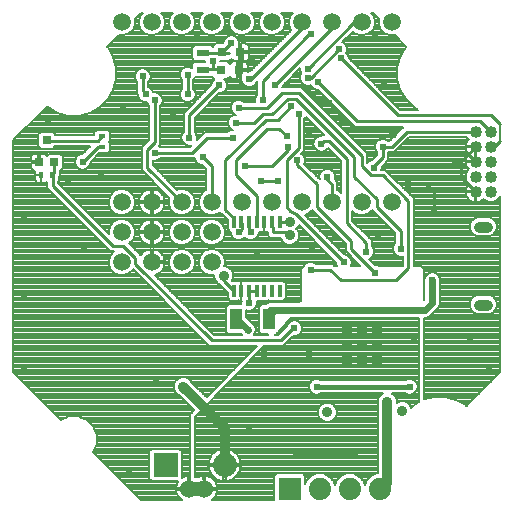
<source format=gbl>
G75*
%MOIN*%
%OFA0B0*%
%FSLAX25Y25*%
%IPPOS*%
%LPD*%
%AMOC8*
5,1,8,0,0,1.08239X$1,22.5*
%
%ADD10R,0.03150X0.03150*%
%ADD11R,0.02362X0.01575*%
%ADD12R,0.04331X0.02362*%
%ADD13R,0.02756X0.02756*%
%ADD14C,0.04000*%
%ADD15R,0.08000X0.08000*%
%ADD16C,0.08000*%
%ADD17R,0.01200X0.03900*%
%ADD18R,0.07400X0.07400*%
%ADD19C,0.07400*%
%ADD20R,0.02000X0.01000*%
%ADD21C,0.06000*%
%ADD22C,0.03543*%
%ADD23R,0.01575X0.02362*%
%ADD24R,0.03937X0.07087*%
%ADD25C,0.05906*%
%ADD26C,0.00800*%
%ADD27C,0.01000*%
%ADD28C,0.02400*%
%ADD29C,0.00600*%
%ADD30C,0.03562*%
%ADD31C,0.03200*%
%ADD32R,0.03562X0.03562*%
%ADD33C,0.02400*%
%ADD34C,0.01600*%
D10*
X0151469Y0189500D03*
X0157374Y0189500D03*
X0157874Y0195500D03*
X0151969Y0195500D03*
D11*
X0111922Y0167522D03*
X0111922Y0163978D03*
D12*
X0145422Y0189744D03*
X0145422Y0195256D03*
D13*
X0093422Y0166142D03*
X0095981Y0158858D03*
X0090863Y0158858D03*
D14*
X0236422Y0159000D03*
X0241422Y0159000D03*
X0241422Y0154000D03*
X0236422Y0154000D03*
X0236422Y0149000D03*
X0241422Y0149000D03*
X0241422Y0164000D03*
X0241422Y0169000D03*
X0236422Y0169000D03*
X0236422Y0164000D03*
D15*
X0133022Y0057950D03*
D16*
X0152707Y0057950D03*
D17*
X0155745Y0116013D03*
X0158304Y0116013D03*
X0160863Y0116013D03*
X0163422Y0116013D03*
X0165981Y0116013D03*
X0168540Y0116013D03*
X0171099Y0116013D03*
X0171099Y0138987D03*
X0168540Y0138987D03*
X0165981Y0138987D03*
X0163422Y0138987D03*
X0160863Y0138987D03*
X0158304Y0138987D03*
X0155745Y0138987D03*
D18*
X0174422Y0050000D03*
D19*
X0184422Y0050000D03*
X0194422Y0050000D03*
X0204422Y0050000D03*
D20*
X0143422Y0048000D03*
X0143422Y0052000D03*
D21*
X0145922Y0050000D03*
X0140922Y0050000D03*
D22*
X0237556Y0111402D02*
X0237556Y0111402D01*
X0240312Y0111402D01*
X0240312Y0111402D01*
X0237556Y0111402D01*
X0237556Y0137386D02*
X0237556Y0137386D01*
X0240312Y0137386D01*
X0240312Y0137386D01*
X0237556Y0137386D01*
D23*
X0095193Y0154500D03*
X0091650Y0154500D03*
D24*
X0156410Y0106500D03*
X0167434Y0106500D03*
D25*
X0148422Y0125500D03*
X0138422Y0125500D03*
X0128422Y0125500D03*
X0118422Y0125500D03*
X0118422Y0135500D03*
X0128422Y0135500D03*
X0138422Y0135500D03*
X0148422Y0135500D03*
X0148422Y0145500D03*
X0158422Y0145500D03*
X0168422Y0145500D03*
X0178422Y0145500D03*
X0188422Y0145500D03*
X0198422Y0145500D03*
X0208422Y0145500D03*
X0138422Y0145500D03*
X0128422Y0145500D03*
X0118422Y0145500D03*
X0118422Y0205500D03*
X0128422Y0205500D03*
X0138422Y0205500D03*
X0148422Y0205500D03*
X0158422Y0205500D03*
X0168422Y0205500D03*
X0178422Y0205500D03*
X0188422Y0205500D03*
X0198422Y0205500D03*
X0208422Y0205500D03*
D26*
X0127622Y0060172D02*
X0111036Y0060172D01*
X0110238Y0060970D02*
X0127622Y0060970D01*
X0127622Y0061769D02*
X0109439Y0061769D01*
X0108974Y0062234D02*
X0110097Y0064945D01*
X0110097Y0068008D01*
X0108925Y0070838D01*
X0106759Y0073003D01*
X0103930Y0074176D01*
X0100867Y0074176D01*
X0098155Y0073053D01*
X0082322Y0088886D01*
X0082322Y0166114D01*
X0093527Y0177319D01*
X0093682Y0177165D01*
X0096919Y0175296D01*
X0100529Y0174328D01*
X0104267Y0174328D01*
X0107877Y0175296D01*
X0111114Y0177165D01*
X0113757Y0179808D01*
X0115626Y0183044D01*
X0116593Y0186655D01*
X0116593Y0190392D01*
X0115626Y0194003D01*
X0113757Y0197240D01*
X0113602Y0197394D01*
X0117414Y0201206D01*
X0117556Y0201147D01*
X0119288Y0201147D01*
X0120887Y0201810D01*
X0122112Y0203034D01*
X0122774Y0204634D01*
X0122774Y0206366D01*
X0122716Y0206508D01*
X0124808Y0208600D01*
X0125366Y0208600D01*
X0124732Y0207966D01*
X0124069Y0206366D01*
X0124069Y0204634D01*
X0124732Y0203034D01*
X0125956Y0201810D01*
X0127556Y0201147D01*
X0129288Y0201147D01*
X0130887Y0201810D01*
X0132112Y0203034D01*
X0132774Y0204634D01*
X0132774Y0206366D01*
X0132112Y0207966D01*
X0131477Y0208600D01*
X0135366Y0208600D01*
X0134732Y0207966D01*
X0134069Y0206366D01*
X0134069Y0204634D01*
X0134732Y0203034D01*
X0135956Y0201810D01*
X0137556Y0201147D01*
X0139288Y0201147D01*
X0140887Y0201810D01*
X0142112Y0203034D01*
X0142774Y0204634D01*
X0142774Y0206366D01*
X0142112Y0207966D01*
X0141477Y0208600D01*
X0145366Y0208600D01*
X0144732Y0207966D01*
X0144069Y0206366D01*
X0144069Y0204634D01*
X0144732Y0203034D01*
X0145956Y0201810D01*
X0147556Y0201147D01*
X0149288Y0201147D01*
X0150887Y0201810D01*
X0152112Y0203034D01*
X0152774Y0204634D01*
X0152774Y0206366D01*
X0152112Y0207966D01*
X0151477Y0208600D01*
X0155366Y0208600D01*
X0154732Y0207966D01*
X0154069Y0206366D01*
X0154069Y0204634D01*
X0154732Y0203034D01*
X0155956Y0201810D01*
X0157556Y0201147D01*
X0159288Y0201147D01*
X0160887Y0201810D01*
X0162112Y0203034D01*
X0162774Y0204634D01*
X0162774Y0206366D01*
X0162112Y0207966D01*
X0161477Y0208600D01*
X0165366Y0208600D01*
X0164732Y0207966D01*
X0164069Y0206366D01*
X0164069Y0204634D01*
X0164732Y0203034D01*
X0165956Y0201810D01*
X0167556Y0201147D01*
X0169288Y0201147D01*
X0170887Y0201810D01*
X0172112Y0203034D01*
X0172774Y0204634D01*
X0172774Y0206366D01*
X0172112Y0207966D01*
X0171477Y0208600D01*
X0175366Y0208600D01*
X0174732Y0207966D01*
X0174069Y0206366D01*
X0174069Y0204634D01*
X0174732Y0203034D01*
X0175000Y0202766D01*
X0161335Y0189100D01*
X0160405Y0189100D01*
X0160349Y0189077D01*
X0160349Y0189113D01*
X0157762Y0189113D01*
X0157762Y0189887D01*
X0160349Y0189887D01*
X0160349Y0191259D01*
X0160254Y0191615D01*
X0160070Y0191934D01*
X0159809Y0192195D01*
X0159490Y0192379D01*
X0159134Y0192475D01*
X0157762Y0192475D01*
X0157762Y0189887D01*
X0156987Y0189887D01*
X0156987Y0192475D01*
X0155615Y0192475D01*
X0155259Y0192379D01*
X0154940Y0192195D01*
X0154679Y0191934D01*
X0154495Y0191615D01*
X0154444Y0191424D01*
X0154444Y0191655D01*
X0153624Y0192475D01*
X0151322Y0192475D01*
X0151322Y0192525D01*
X0154124Y0192525D01*
X0154944Y0193345D01*
X0154944Y0193356D01*
X0154984Y0193356D01*
X0155002Y0193373D01*
X0155179Y0193066D01*
X0155440Y0192805D01*
X0155759Y0192621D01*
X0156115Y0192525D01*
X0157487Y0192525D01*
X0157487Y0195113D01*
X0158262Y0195113D01*
X0158262Y0195887D01*
X0160849Y0195887D01*
X0160849Y0197259D01*
X0160754Y0197615D01*
X0160570Y0197934D01*
X0160309Y0198195D01*
X0159990Y0198379D01*
X0159634Y0198475D01*
X0158262Y0198475D01*
X0158262Y0195887D01*
X0157487Y0195887D01*
X0157487Y0197899D01*
X0157522Y0197983D01*
X0157522Y0199017D01*
X0157126Y0199973D01*
X0156395Y0200704D01*
X0155439Y0201100D01*
X0154405Y0201100D01*
X0153449Y0200704D01*
X0152718Y0199973D01*
X0152322Y0199017D01*
X0152322Y0198567D01*
X0152231Y0198475D01*
X0149814Y0198475D01*
X0148994Y0197655D01*
X0148994Y0197156D01*
X0148848Y0197156D01*
X0148167Y0197837D01*
X0142676Y0197837D01*
X0141856Y0197017D01*
X0141856Y0193495D01*
X0142676Y0192675D01*
X0146122Y0192675D01*
X0146122Y0192325D01*
X0142676Y0192325D01*
X0141856Y0191505D01*
X0141856Y0190220D01*
X0140939Y0190600D01*
X0139905Y0190600D01*
X0138949Y0190204D01*
X0138218Y0189473D01*
X0137822Y0188517D01*
X0137822Y0187483D01*
X0138218Y0186527D01*
X0138522Y0186223D01*
X0138522Y0183277D01*
X0138218Y0182973D01*
X0137822Y0182017D01*
X0137822Y0180983D01*
X0138218Y0180027D01*
X0138949Y0179296D01*
X0139905Y0178900D01*
X0140939Y0178900D01*
X0141895Y0179296D01*
X0142626Y0180027D01*
X0143022Y0180983D01*
X0143022Y0182017D01*
X0142626Y0182973D01*
X0142322Y0183277D01*
X0142322Y0186223D01*
X0142626Y0186527D01*
X0142889Y0187163D01*
X0148167Y0187163D01*
X0148494Y0187490D01*
X0148494Y0187345D01*
X0149292Y0186547D01*
X0148718Y0185973D01*
X0148322Y0185017D01*
X0148322Y0184587D01*
X0139022Y0175287D01*
X0139022Y0168777D01*
X0138718Y0168473D01*
X0138322Y0167517D01*
X0138322Y0166483D01*
X0138718Y0165527D01*
X0139449Y0164796D01*
X0140405Y0164400D01*
X0141439Y0164400D01*
X0141773Y0164538D01*
X0141135Y0163900D01*
X0131199Y0163900D01*
X0130895Y0164204D01*
X0130837Y0164228D01*
X0131322Y0164713D01*
X0131322Y0177723D01*
X0131626Y0178027D01*
X0132022Y0178983D01*
X0132022Y0180017D01*
X0131626Y0180973D01*
X0130895Y0181704D01*
X0129939Y0182100D01*
X0128987Y0182100D01*
X0128626Y0182973D01*
X0127895Y0183704D01*
X0127322Y0183941D01*
X0127322Y0185723D01*
X0127626Y0186027D01*
X0128022Y0186983D01*
X0128022Y0188017D01*
X0127626Y0188973D01*
X0126895Y0189704D01*
X0125939Y0190100D01*
X0124905Y0190100D01*
X0123949Y0189704D01*
X0123218Y0188973D01*
X0122822Y0188017D01*
X0122822Y0186983D01*
X0123218Y0186027D01*
X0123522Y0185723D01*
X0123522Y0181713D01*
X0123822Y0181413D01*
X0123822Y0180983D01*
X0124218Y0180027D01*
X0124949Y0179296D01*
X0125905Y0178900D01*
X0126856Y0178900D01*
X0127218Y0178027D01*
X0127522Y0177723D01*
X0127522Y0166287D01*
X0126135Y0164900D01*
X0125022Y0163787D01*
X0125022Y0156213D01*
X0134303Y0146931D01*
X0134069Y0146366D01*
X0134069Y0144634D01*
X0134732Y0143034D01*
X0135956Y0141810D01*
X0137556Y0141147D01*
X0139288Y0141147D01*
X0140887Y0141810D01*
X0142112Y0143034D01*
X0142774Y0144634D01*
X0142774Y0146366D01*
X0142112Y0147966D01*
X0140887Y0149190D01*
X0139288Y0149853D01*
X0137556Y0149853D01*
X0136990Y0149618D01*
X0128822Y0157787D01*
X0128822Y0159434D01*
X0128905Y0159400D01*
X0129939Y0159400D01*
X0130895Y0159796D01*
X0131199Y0160100D01*
X0142709Y0160100D01*
X0142822Y0160213D01*
X0142822Y0159983D01*
X0143218Y0159027D01*
X0143949Y0158296D01*
X0144905Y0157900D01*
X0145335Y0157900D01*
X0146522Y0156713D01*
X0146522Y0149424D01*
X0145956Y0149190D01*
X0144732Y0147966D01*
X0144069Y0146366D01*
X0144069Y0144634D01*
X0144732Y0143034D01*
X0145956Y0141810D01*
X0147556Y0141147D01*
X0149288Y0141147D01*
X0150887Y0141810D01*
X0151156Y0142079D01*
X0152135Y0141100D01*
X0153745Y0139490D01*
X0153745Y0136457D01*
X0154565Y0135637D01*
X0154822Y0135637D01*
X0154822Y0134983D01*
X0155218Y0134027D01*
X0155949Y0133296D01*
X0156905Y0132900D01*
X0157939Y0132900D01*
X0158895Y0133296D01*
X0159422Y0133823D01*
X0159949Y0133296D01*
X0160905Y0132900D01*
X0161939Y0132900D01*
X0162895Y0133296D01*
X0163626Y0134027D01*
X0164022Y0134983D01*
X0164022Y0135637D01*
X0164602Y0135637D01*
X0164750Y0135785D01*
X0164840Y0135733D01*
X0165196Y0135637D01*
X0165981Y0135637D01*
X0166765Y0135637D01*
X0166989Y0135697D01*
X0167022Y0135396D01*
X0167022Y0134713D01*
X0167106Y0134629D01*
X0167119Y0134511D01*
X0167652Y0134083D01*
X0168135Y0133600D01*
X0168254Y0133600D01*
X0168346Y0133526D01*
X0169025Y0133600D01*
X0171351Y0133600D01*
X0171725Y0132698D01*
X0172620Y0131803D01*
X0173789Y0131319D01*
X0175055Y0131319D01*
X0176224Y0131803D01*
X0177119Y0132698D01*
X0177603Y0133867D01*
X0177603Y0135133D01*
X0177119Y0136302D01*
X0176670Y0136750D01*
X0177119Y0137198D01*
X0177387Y0137847D01*
X0189822Y0125413D01*
X0189822Y0124983D01*
X0190105Y0124300D01*
X0189309Y0124300D01*
X0188709Y0124900D01*
X0183199Y0124900D01*
X0182895Y0125204D01*
X0181939Y0125600D01*
X0180905Y0125600D01*
X0179949Y0125204D01*
X0179218Y0124473D01*
X0179125Y0124249D01*
X0178122Y0123246D01*
X0178122Y0112732D01*
X0177507Y0112100D01*
X0169010Y0112100D01*
X0168582Y0112129D01*
X0168496Y0112100D01*
X0167405Y0112100D01*
X0166449Y0111704D01*
X0166188Y0111443D01*
X0164885Y0111443D01*
X0164065Y0110623D01*
X0164065Y0102377D01*
X0164885Y0101557D01*
X0167241Y0101557D01*
X0167088Y0101400D01*
X0162499Y0101400D01*
X0162626Y0101527D01*
X0163022Y0102483D01*
X0163022Y0103517D01*
X0162626Y0104473D01*
X0161895Y0105204D01*
X0159778Y0107320D01*
X0159778Y0109659D01*
X0160405Y0109400D01*
X0161439Y0109400D01*
X0162395Y0109796D01*
X0163126Y0110527D01*
X0163522Y0111483D01*
X0163522Y0112517D01*
X0163461Y0112663D01*
X0164602Y0112663D01*
X0164701Y0112762D01*
X0164801Y0112663D01*
X0167161Y0112663D01*
X0167260Y0112762D01*
X0167360Y0112663D01*
X0169720Y0112663D01*
X0169819Y0112762D01*
X0169919Y0112663D01*
X0172279Y0112663D01*
X0173099Y0113483D01*
X0173099Y0118542D01*
X0172279Y0119363D01*
X0169919Y0119363D01*
X0169819Y0119263D01*
X0169720Y0119363D01*
X0167360Y0119363D01*
X0167260Y0119263D01*
X0167161Y0119363D01*
X0164801Y0119363D01*
X0164701Y0119263D01*
X0164602Y0119363D01*
X0162242Y0119363D01*
X0162142Y0119263D01*
X0162043Y0119363D01*
X0159683Y0119363D01*
X0159535Y0119215D01*
X0159444Y0119267D01*
X0159088Y0119363D01*
X0158304Y0119363D01*
X0158304Y0116013D01*
X0158304Y0116013D01*
X0158304Y0119363D01*
X0157519Y0119363D01*
X0157163Y0119267D01*
X0157072Y0119215D01*
X0156924Y0119363D01*
X0155187Y0119363D01*
X0155603Y0120367D01*
X0155603Y0121633D01*
X0155119Y0122802D01*
X0154224Y0123697D01*
X0153055Y0124181D01*
X0152587Y0124181D01*
X0152774Y0124634D01*
X0152774Y0126366D01*
X0152112Y0127966D01*
X0150887Y0129190D01*
X0149288Y0129853D01*
X0147556Y0129853D01*
X0145956Y0129190D01*
X0144732Y0127966D01*
X0144069Y0126366D01*
X0144069Y0124634D01*
X0144732Y0123034D01*
X0145956Y0121810D01*
X0147556Y0121147D01*
X0149241Y0121147D01*
X0149241Y0120367D01*
X0149725Y0119198D01*
X0150620Y0118303D01*
X0150871Y0118199D01*
X0153745Y0115326D01*
X0153745Y0113483D01*
X0154565Y0112663D01*
X0156924Y0112663D01*
X0157072Y0112810D01*
X0157163Y0112758D01*
X0157519Y0112663D01*
X0158304Y0112663D01*
X0158382Y0112663D01*
X0158322Y0112517D01*
X0158322Y0111483D01*
X0158338Y0111443D01*
X0153862Y0111443D01*
X0153041Y0110623D01*
X0153041Y0102377D01*
X0153862Y0101557D01*
X0158188Y0101557D01*
X0158218Y0101527D01*
X0158345Y0101400D01*
X0149209Y0101400D01*
X0129366Y0121243D01*
X0129441Y0121254D01*
X0130093Y0121466D01*
X0130703Y0121777D01*
X0131257Y0122180D01*
X0131742Y0122664D01*
X0132145Y0123219D01*
X0132456Y0123829D01*
X0132667Y0124481D01*
X0132765Y0125100D01*
X0128822Y0125100D01*
X0128822Y0125900D01*
X0132765Y0125900D01*
X0132667Y0126519D01*
X0132456Y0127171D01*
X0132145Y0127781D01*
X0131742Y0128336D01*
X0131257Y0128820D01*
X0130703Y0129223D01*
X0130093Y0129534D01*
X0129441Y0129746D01*
X0128822Y0129844D01*
X0128822Y0125900D01*
X0128022Y0125900D01*
X0128022Y0129844D01*
X0127402Y0129746D01*
X0126751Y0129534D01*
X0126140Y0129223D01*
X0125586Y0128820D01*
X0125102Y0128336D01*
X0124753Y0127856D01*
X0120825Y0131784D01*
X0120887Y0131810D01*
X0122112Y0133034D01*
X0122774Y0134634D01*
X0122774Y0136366D01*
X0122112Y0137966D01*
X0120887Y0139190D01*
X0119288Y0139853D01*
X0117556Y0139853D01*
X0115956Y0139190D01*
X0114732Y0137966D01*
X0114069Y0136366D01*
X0114069Y0135040D01*
X0097322Y0151787D01*
X0097322Y0152680D01*
X0097381Y0152739D01*
X0097381Y0154000D01*
X0097881Y0154500D01*
X0097881Y0156080D01*
X0097939Y0156080D01*
X0098759Y0156900D01*
X0098759Y0160816D01*
X0097939Y0161636D01*
X0094023Y0161636D01*
X0093405Y0161019D01*
X0093361Y0161096D01*
X0093100Y0161356D01*
X0092781Y0161541D01*
X0092425Y0161636D01*
X0091152Y0161636D01*
X0091152Y0159147D01*
X0090574Y0159147D01*
X0090574Y0158569D01*
X0088085Y0158569D01*
X0088085Y0157296D01*
X0088180Y0156940D01*
X0088364Y0156621D01*
X0088625Y0156360D01*
X0088944Y0156176D01*
X0089300Y0156080D01*
X0089520Y0156080D01*
X0089463Y0155865D01*
X0089463Y0154500D01*
X0089463Y0153135D01*
X0089558Y0152779D01*
X0089742Y0152459D01*
X0090003Y0152199D01*
X0090322Y0152014D01*
X0090678Y0151919D01*
X0091650Y0151919D01*
X0091650Y0154500D01*
X0091650Y0154500D01*
X0089463Y0154500D01*
X0091650Y0154500D01*
X0091650Y0154500D01*
X0091650Y0151919D01*
X0092622Y0151919D01*
X0092978Y0152014D01*
X0093297Y0152199D01*
X0093422Y0152323D01*
X0093522Y0152223D01*
X0093522Y0150213D01*
X0094635Y0149100D01*
X0114635Y0129100D01*
X0115866Y0129100D01*
X0114732Y0127966D01*
X0114069Y0126366D01*
X0114069Y0124634D01*
X0114732Y0123034D01*
X0115956Y0121810D01*
X0117556Y0121147D01*
X0119288Y0121147D01*
X0120887Y0121810D01*
X0122112Y0123034D01*
X0122138Y0123097D01*
X0147635Y0097600D01*
X0163388Y0097600D01*
X0146702Y0080462D01*
X0141800Y0085365D01*
X0141619Y0085802D01*
X0140724Y0086697D01*
X0139555Y0087181D01*
X0138289Y0087181D01*
X0137120Y0086697D01*
X0136225Y0085802D01*
X0135741Y0084633D01*
X0135741Y0083367D01*
X0136225Y0082198D01*
X0137120Y0081303D01*
X0137557Y0081122D01*
X0142516Y0076163D01*
X0141640Y0075264D01*
X0141122Y0074746D01*
X0141122Y0074732D01*
X0141112Y0074722D01*
X0141122Y0073988D01*
X0141122Y0053180D01*
X0141022Y0053080D01*
X0141022Y0050920D01*
X0141122Y0050820D01*
X0141122Y0050325D01*
X0140597Y0050325D01*
X0140597Y0054400D01*
X0140575Y0054400D01*
X0139891Y0054292D01*
X0139233Y0054078D01*
X0138616Y0053763D01*
X0138422Y0053622D01*
X0138422Y0062530D01*
X0137602Y0063350D01*
X0128442Y0063350D01*
X0127622Y0062530D01*
X0127622Y0053370D01*
X0128442Y0052550D01*
X0137336Y0052550D01*
X0137159Y0052306D01*
X0136844Y0051689D01*
X0136630Y0051030D01*
X0136522Y0050346D01*
X0136522Y0050325D01*
X0140597Y0050325D01*
X0140597Y0049675D01*
X0136522Y0049675D01*
X0136522Y0049654D01*
X0136630Y0048970D01*
X0136844Y0048311D01*
X0137159Y0047694D01*
X0137566Y0047134D01*
X0138055Y0046644D01*
X0138391Y0046400D01*
X0124808Y0046400D01*
X0108974Y0062234D01*
X0109112Y0062567D02*
X0127659Y0062567D01*
X0127622Y0059373D02*
X0111835Y0059373D01*
X0112633Y0058575D02*
X0127622Y0058575D01*
X0127622Y0057776D02*
X0113432Y0057776D01*
X0114230Y0056978D02*
X0127622Y0056978D01*
X0127622Y0056179D02*
X0115029Y0056179D01*
X0115827Y0055381D02*
X0127622Y0055381D01*
X0127622Y0054582D02*
X0116626Y0054582D01*
X0117424Y0053784D02*
X0127622Y0053784D01*
X0128007Y0052985D02*
X0118223Y0052985D01*
X0119021Y0052187D02*
X0137098Y0052187D01*
X0136746Y0051388D02*
X0119820Y0051388D01*
X0120618Y0050590D02*
X0136560Y0050590D01*
X0136626Y0048993D02*
X0122215Y0048993D01*
X0121417Y0049791D02*
X0140597Y0049791D01*
X0140597Y0050590D02*
X0141122Y0050590D01*
X0141022Y0051388D02*
X0140597Y0051388D01*
X0140597Y0052187D02*
X0141022Y0052187D01*
X0141022Y0052985D02*
X0140597Y0052985D01*
X0140597Y0053784D02*
X0141122Y0053784D01*
X0141122Y0054582D02*
X0138422Y0054582D01*
X0138422Y0053784D02*
X0138656Y0053784D01*
X0138422Y0055381D02*
X0141122Y0055381D01*
X0141122Y0056179D02*
X0138422Y0056179D01*
X0138422Y0056978D02*
X0141122Y0056978D01*
X0141122Y0057776D02*
X0138422Y0057776D01*
X0138422Y0058575D02*
X0141122Y0058575D01*
X0141122Y0059373D02*
X0138422Y0059373D01*
X0138422Y0060172D02*
X0141122Y0060172D01*
X0141122Y0060970D02*
X0138422Y0060970D01*
X0138422Y0061769D02*
X0141122Y0061769D01*
X0141122Y0062567D02*
X0138384Y0062567D01*
X0141122Y0063366D02*
X0109443Y0063366D01*
X0109774Y0064164D02*
X0141122Y0064164D01*
X0141122Y0064963D02*
X0110097Y0064963D01*
X0110097Y0065761D02*
X0141122Y0065761D01*
X0141122Y0066560D02*
X0110097Y0066560D01*
X0110097Y0067358D02*
X0141122Y0067358D01*
X0141122Y0068157D02*
X0110036Y0068157D01*
X0109705Y0068955D02*
X0141122Y0068955D01*
X0141122Y0069754D02*
X0109374Y0069754D01*
X0109043Y0070552D02*
X0141122Y0070552D01*
X0141122Y0071351D02*
X0108412Y0071351D01*
X0107613Y0072149D02*
X0141122Y0072149D01*
X0141122Y0072948D02*
X0106815Y0072948D01*
X0104966Y0073746D02*
X0141122Y0073746D01*
X0141114Y0074545D02*
X0096663Y0074545D01*
X0095865Y0075343D02*
X0141718Y0075343D01*
X0142495Y0076142D02*
X0095066Y0076142D01*
X0094267Y0076940D02*
X0141739Y0076940D01*
X0140940Y0077739D02*
X0093469Y0077739D01*
X0092670Y0078537D02*
X0140142Y0078537D01*
X0139343Y0079336D02*
X0091872Y0079336D01*
X0091073Y0080134D02*
X0138545Y0080134D01*
X0137746Y0080933D02*
X0090275Y0080933D01*
X0089476Y0081732D02*
X0136691Y0081732D01*
X0136087Y0082530D02*
X0088678Y0082530D01*
X0087879Y0083329D02*
X0135757Y0083329D01*
X0135741Y0084127D02*
X0087081Y0084127D01*
X0086282Y0084926D02*
X0135862Y0084926D01*
X0136193Y0085724D02*
X0085484Y0085724D01*
X0084685Y0086523D02*
X0136946Y0086523D01*
X0140898Y0086523D02*
X0152602Y0086523D01*
X0151825Y0085724D02*
X0141651Y0085724D01*
X0142239Y0084926D02*
X0151048Y0084926D01*
X0150270Y0084127D02*
X0143037Y0084127D01*
X0143836Y0083329D02*
X0149493Y0083329D01*
X0148715Y0082530D02*
X0144634Y0082530D01*
X0145433Y0081732D02*
X0147938Y0081732D01*
X0147160Y0080933D02*
X0146231Y0080933D01*
X0148117Y0079336D02*
X0203741Y0079336D01*
X0203741Y0079633D02*
X0203741Y0078367D01*
X0203922Y0077930D01*
X0203922Y0055100D01*
X0203407Y0055100D01*
X0201533Y0054324D01*
X0200098Y0052889D01*
X0199422Y0051256D01*
X0198745Y0052889D01*
X0197311Y0054324D01*
X0195436Y0055100D01*
X0193407Y0055100D01*
X0191533Y0054324D01*
X0190098Y0052889D01*
X0189422Y0051256D01*
X0188745Y0052889D01*
X0187311Y0054324D01*
X0185436Y0055100D01*
X0183407Y0055100D01*
X0181533Y0054324D01*
X0180098Y0052889D01*
X0179522Y0051497D01*
X0179522Y0054280D01*
X0178702Y0055100D01*
X0170142Y0055100D01*
X0169322Y0054280D01*
X0169322Y0046400D01*
X0148452Y0046400D01*
X0148788Y0046644D01*
X0149278Y0047134D01*
X0149685Y0047694D01*
X0149999Y0048311D01*
X0150213Y0048970D01*
X0150322Y0049654D01*
X0150322Y0049675D01*
X0146247Y0049675D01*
X0146247Y0050325D01*
X0150322Y0050325D01*
X0150322Y0050346D01*
X0150213Y0051030D01*
X0149999Y0051689D01*
X0149685Y0052306D01*
X0149278Y0052866D01*
X0148788Y0053356D01*
X0148228Y0053763D01*
X0147611Y0054078D01*
X0146952Y0054292D01*
X0146268Y0054400D01*
X0146247Y0054400D01*
X0146247Y0050325D01*
X0145597Y0050325D01*
X0145597Y0050695D01*
X0145822Y0050920D01*
X0145822Y0053080D01*
X0145597Y0053305D01*
X0145597Y0054400D01*
X0145575Y0054400D01*
X0144891Y0054292D01*
X0144233Y0054078D01*
X0143884Y0053900D01*
X0143004Y0053900D01*
X0142922Y0053934D01*
X0142922Y0074000D01*
X0165901Y0097600D01*
X0172209Y0097600D01*
X0173322Y0098713D01*
X0175509Y0100900D01*
X0176439Y0100900D01*
X0177395Y0101296D01*
X0178126Y0102027D01*
X0178522Y0102983D01*
X0178522Y0104017D01*
X0178126Y0104973D01*
X0177395Y0105704D01*
X0176439Y0106100D01*
X0175405Y0106100D01*
X0174449Y0105704D01*
X0173718Y0104973D01*
X0173371Y0104136D01*
X0170635Y0101400D01*
X0169601Y0101400D01*
X0169753Y0101557D01*
X0169982Y0101557D01*
X0170802Y0102377D01*
X0170802Y0102634D01*
X0174956Y0106900D01*
X0217422Y0106900D01*
X0217422Y0078813D01*
X0215729Y0077835D01*
X0214934Y0077040D01*
X0214619Y0077802D01*
X0213724Y0078697D01*
X0212555Y0079181D01*
X0211289Y0079181D01*
X0210120Y0078697D01*
X0210103Y0078680D01*
X0210103Y0079633D01*
X0209619Y0080802D01*
X0208724Y0081697D01*
X0208475Y0081800D01*
X0212945Y0081800D01*
X0212949Y0081796D01*
X0213905Y0081400D01*
X0214939Y0081400D01*
X0215895Y0081796D01*
X0216626Y0082527D01*
X0217022Y0083483D01*
X0217022Y0084517D01*
X0216626Y0085473D01*
X0215895Y0086204D01*
X0214939Y0086600D01*
X0213905Y0086600D01*
X0212949Y0086204D01*
X0212945Y0086200D01*
X0184899Y0086200D01*
X0184895Y0086204D01*
X0183939Y0086600D01*
X0182905Y0086600D01*
X0181949Y0086204D01*
X0181218Y0085473D01*
X0180822Y0084517D01*
X0180822Y0083483D01*
X0181218Y0082527D01*
X0181949Y0081796D01*
X0182905Y0081400D01*
X0183939Y0081400D01*
X0184895Y0081796D01*
X0184899Y0081800D01*
X0205369Y0081800D01*
X0205120Y0081697D01*
X0204225Y0080802D01*
X0203741Y0079633D01*
X0203948Y0080134D02*
X0148895Y0080134D01*
X0149672Y0080933D02*
X0204356Y0080933D01*
X0205204Y0081732D02*
X0184739Y0081732D01*
X0182104Y0081732D02*
X0150450Y0081732D01*
X0151227Y0082530D02*
X0181216Y0082530D01*
X0180886Y0083329D02*
X0152005Y0083329D01*
X0152782Y0084127D02*
X0180822Y0084127D01*
X0180991Y0084926D02*
X0153560Y0084926D01*
X0154337Y0085724D02*
X0181469Y0085724D01*
X0182718Y0086523D02*
X0155115Y0086523D01*
X0155892Y0087321D02*
X0217422Y0087321D01*
X0217422Y0086523D02*
X0215126Y0086523D01*
X0213718Y0086523D02*
X0184126Y0086523D01*
X0186289Y0078681D02*
X0185120Y0078197D01*
X0184225Y0077302D01*
X0183741Y0076133D01*
X0183741Y0074867D01*
X0184225Y0073698D01*
X0185120Y0072803D01*
X0186289Y0072319D01*
X0187555Y0072319D01*
X0188724Y0072803D01*
X0189619Y0073698D01*
X0190103Y0074867D01*
X0190103Y0076133D01*
X0189619Y0077302D01*
X0188724Y0078197D01*
X0187555Y0078681D01*
X0186289Y0078681D01*
X0185942Y0078537D02*
X0147340Y0078537D01*
X0146562Y0077739D02*
X0184662Y0077739D01*
X0184075Y0076940D02*
X0145785Y0076940D01*
X0145007Y0076142D02*
X0183744Y0076142D01*
X0183741Y0075343D02*
X0144230Y0075343D01*
X0143452Y0074545D02*
X0183874Y0074545D01*
X0184205Y0073746D02*
X0142922Y0073746D01*
X0142922Y0072948D02*
X0184975Y0072948D01*
X0188868Y0072948D02*
X0203922Y0072948D01*
X0203922Y0073746D02*
X0189639Y0073746D01*
X0189969Y0074545D02*
X0203922Y0074545D01*
X0203922Y0075343D02*
X0190103Y0075343D01*
X0190099Y0076142D02*
X0203922Y0076142D01*
X0203922Y0076940D02*
X0189768Y0076940D01*
X0189182Y0077739D02*
X0203922Y0077739D01*
X0203741Y0078537D02*
X0187901Y0078537D01*
X0203922Y0072149D02*
X0142922Y0072149D01*
X0142922Y0071351D02*
X0203922Y0071351D01*
X0203922Y0070552D02*
X0142922Y0070552D01*
X0142922Y0069754D02*
X0203922Y0069754D01*
X0203922Y0068955D02*
X0142922Y0068955D01*
X0142922Y0068157D02*
X0203922Y0068157D01*
X0203922Y0067358D02*
X0142922Y0067358D01*
X0142922Y0066560D02*
X0203922Y0066560D01*
X0203922Y0065761D02*
X0142922Y0065761D01*
X0142922Y0064963D02*
X0203922Y0064963D01*
X0203922Y0064164D02*
X0142922Y0064164D01*
X0142922Y0063366D02*
X0203922Y0063366D01*
X0203922Y0062567D02*
X0155539Y0062567D01*
X0155537Y0062568D02*
X0154780Y0062954D01*
X0153971Y0063217D01*
X0153132Y0063350D01*
X0153107Y0063350D01*
X0153107Y0058350D01*
X0158107Y0058350D01*
X0158107Y0058375D01*
X0157974Y0059215D01*
X0157711Y0060023D01*
X0157325Y0060780D01*
X0156826Y0061468D01*
X0156225Y0062069D01*
X0155537Y0062568D01*
X0156525Y0061769D02*
X0203922Y0061769D01*
X0203922Y0060970D02*
X0157187Y0060970D01*
X0157635Y0060172D02*
X0203922Y0060172D01*
X0203922Y0059373D02*
X0157922Y0059373D01*
X0158075Y0058575D02*
X0203922Y0058575D01*
X0203922Y0057776D02*
X0153107Y0057776D01*
X0153107Y0057550D02*
X0153107Y0058350D01*
X0152307Y0058350D01*
X0152307Y0063350D01*
X0152282Y0063350D01*
X0151442Y0063217D01*
X0150634Y0062954D01*
X0149877Y0062568D01*
X0149189Y0062069D01*
X0148588Y0061468D01*
X0148088Y0060780D01*
X0147702Y0060023D01*
X0147440Y0059215D01*
X0147307Y0058375D01*
X0147307Y0058350D01*
X0152307Y0058350D01*
X0152307Y0057550D01*
X0153107Y0057550D01*
X0158107Y0057550D01*
X0158107Y0057525D01*
X0157974Y0056685D01*
X0157711Y0055877D01*
X0157325Y0055120D01*
X0156826Y0054432D01*
X0156225Y0053831D01*
X0155537Y0053332D01*
X0154780Y0052946D01*
X0153971Y0052683D01*
X0153132Y0052550D01*
X0153107Y0052550D01*
X0153107Y0057550D01*
X0153107Y0056978D02*
X0152307Y0056978D01*
X0152307Y0057550D02*
X0152307Y0052550D01*
X0152282Y0052550D01*
X0151442Y0052683D01*
X0150634Y0052946D01*
X0149877Y0053332D01*
X0149189Y0053831D01*
X0148588Y0054432D01*
X0148088Y0055120D01*
X0147702Y0055877D01*
X0147440Y0056685D01*
X0147307Y0057525D01*
X0147307Y0057550D01*
X0152307Y0057550D01*
X0152307Y0057776D02*
X0142922Y0057776D01*
X0142922Y0056978D02*
X0147393Y0056978D01*
X0147604Y0056179D02*
X0142922Y0056179D01*
X0142922Y0055381D02*
X0147955Y0055381D01*
X0148479Y0054582D02*
X0142922Y0054582D01*
X0145597Y0053784D02*
X0146247Y0053784D01*
X0146247Y0052985D02*
X0145822Y0052985D01*
X0145822Y0052187D02*
X0146247Y0052187D01*
X0146247Y0051388D02*
X0145822Y0051388D01*
X0145597Y0050590D02*
X0146247Y0050590D01*
X0146247Y0049791D02*
X0169322Y0049791D01*
X0169322Y0048993D02*
X0150217Y0048993D01*
X0149940Y0048194D02*
X0169322Y0048194D01*
X0169322Y0047396D02*
X0149468Y0047396D01*
X0148724Y0046597D02*
X0169322Y0046597D01*
X0169322Y0050590D02*
X0150283Y0050590D01*
X0150097Y0051388D02*
X0169322Y0051388D01*
X0169322Y0052187D02*
X0149746Y0052187D01*
X0149159Y0052985D02*
X0150556Y0052985D01*
X0149254Y0053784D02*
X0148188Y0053784D01*
X0152307Y0053784D02*
X0153107Y0053784D01*
X0153107Y0054582D02*
X0152307Y0054582D01*
X0152307Y0055381D02*
X0153107Y0055381D01*
X0153107Y0056179D02*
X0152307Y0056179D01*
X0152307Y0058575D02*
X0153107Y0058575D01*
X0153107Y0059373D02*
X0152307Y0059373D01*
X0152307Y0060172D02*
X0153107Y0060172D01*
X0153107Y0060970D02*
X0152307Y0060970D01*
X0152307Y0061769D02*
X0153107Y0061769D01*
X0153107Y0062567D02*
X0152307Y0062567D01*
X0149875Y0062567D02*
X0142922Y0062567D01*
X0142922Y0061769D02*
X0148889Y0061769D01*
X0148226Y0060970D02*
X0142922Y0060970D01*
X0142922Y0060172D02*
X0147778Y0060172D01*
X0147491Y0059373D02*
X0142922Y0059373D01*
X0142922Y0058575D02*
X0147338Y0058575D01*
X0156159Y0053784D02*
X0169322Y0053784D01*
X0169322Y0052985D02*
X0154857Y0052985D01*
X0153107Y0052985D02*
X0152307Y0052985D01*
X0156935Y0054582D02*
X0169624Y0054582D01*
X0179219Y0054582D02*
X0182157Y0054582D01*
X0180993Y0053784D02*
X0179522Y0053784D01*
X0179522Y0052985D02*
X0180194Y0052985D01*
X0179807Y0052187D02*
X0179522Y0052187D01*
X0186686Y0054582D02*
X0192157Y0054582D01*
X0190993Y0053784D02*
X0187851Y0053784D01*
X0188649Y0052985D02*
X0190194Y0052985D01*
X0189807Y0052187D02*
X0189036Y0052187D01*
X0189367Y0051388D02*
X0189477Y0051388D01*
X0196686Y0054582D02*
X0202157Y0054582D01*
X0200993Y0053784D02*
X0197851Y0053784D01*
X0198649Y0052985D02*
X0200194Y0052985D01*
X0199807Y0052187D02*
X0199036Y0052187D01*
X0199367Y0051388D02*
X0199477Y0051388D01*
X0203922Y0055381D02*
X0157458Y0055381D01*
X0157809Y0056179D02*
X0203922Y0056179D01*
X0203922Y0056978D02*
X0158020Y0056978D01*
X0138120Y0046597D02*
X0124611Y0046597D01*
X0123812Y0047396D02*
X0137375Y0047396D01*
X0136904Y0048194D02*
X0123014Y0048194D01*
X0099831Y0073746D02*
X0097462Y0073746D01*
X0083887Y0087321D02*
X0153380Y0087321D01*
X0154157Y0088120D02*
X0083088Y0088120D01*
X0082322Y0088918D02*
X0154935Y0088918D01*
X0155712Y0089717D02*
X0082322Y0089717D01*
X0082322Y0090515D02*
X0156490Y0090515D01*
X0157267Y0091314D02*
X0082322Y0091314D01*
X0082322Y0092112D02*
X0158045Y0092112D01*
X0158822Y0092911D02*
X0082322Y0092911D01*
X0082322Y0093709D02*
X0159600Y0093709D01*
X0160377Y0094508D02*
X0082322Y0094508D01*
X0082322Y0095306D02*
X0161155Y0095306D01*
X0161932Y0096105D02*
X0082322Y0096105D01*
X0082322Y0096903D02*
X0162710Y0096903D01*
X0163667Y0095306D02*
X0217422Y0095306D01*
X0217422Y0094508D02*
X0162890Y0094508D01*
X0162112Y0093709D02*
X0217422Y0093709D01*
X0217422Y0092911D02*
X0161335Y0092911D01*
X0160557Y0092112D02*
X0217422Y0092112D01*
X0217422Y0091314D02*
X0159780Y0091314D01*
X0159002Y0090515D02*
X0217422Y0090515D01*
X0217422Y0089717D02*
X0158225Y0089717D01*
X0157447Y0088918D02*
X0217422Y0088918D01*
X0217422Y0088120D02*
X0156670Y0088120D01*
X0164445Y0096105D02*
X0217422Y0096105D01*
X0217422Y0096903D02*
X0165222Y0096903D01*
X0164748Y0101694D02*
X0162695Y0101694D01*
X0163022Y0102493D02*
X0164065Y0102493D01*
X0164065Y0103291D02*
X0163022Y0103291D01*
X0162785Y0104090D02*
X0164065Y0104090D01*
X0164065Y0104888D02*
X0162210Y0104888D01*
X0161412Y0105687D02*
X0164065Y0105687D01*
X0164065Y0106485D02*
X0160613Y0106485D01*
X0159815Y0107284D02*
X0164065Y0107284D01*
X0164065Y0108082D02*
X0159778Y0108082D01*
X0159778Y0108881D02*
X0164065Y0108881D01*
X0164065Y0109679D02*
X0162113Y0109679D01*
X0163077Y0110478D02*
X0164065Y0110478D01*
X0163436Y0111276D02*
X0164718Y0111276D01*
X0163522Y0112075D02*
X0167344Y0112075D01*
X0172490Y0112873D02*
X0178122Y0112873D01*
X0178122Y0113672D02*
X0173099Y0113672D01*
X0173099Y0114470D02*
X0178122Y0114470D01*
X0178122Y0115269D02*
X0173099Y0115269D01*
X0173099Y0116068D02*
X0178122Y0116068D01*
X0178122Y0116866D02*
X0173099Y0116866D01*
X0173099Y0117665D02*
X0178122Y0117665D01*
X0178122Y0118463D02*
X0173099Y0118463D01*
X0172380Y0119262D02*
X0178122Y0119262D01*
X0178122Y0120060D02*
X0155476Y0120060D01*
X0155603Y0120859D02*
X0178122Y0120859D01*
X0178122Y0121657D02*
X0155593Y0121657D01*
X0155262Y0122456D02*
X0178122Y0122456D01*
X0178130Y0123254D02*
X0154666Y0123254D01*
X0153365Y0124053D02*
X0178929Y0124053D01*
X0179596Y0124851D02*
X0152774Y0124851D01*
X0152774Y0125650D02*
X0189585Y0125650D01*
X0189876Y0124851D02*
X0188758Y0124851D01*
X0188787Y0126448D02*
X0152740Y0126448D01*
X0152410Y0127247D02*
X0187988Y0127247D01*
X0187190Y0128045D02*
X0152032Y0128045D01*
X0151234Y0128844D02*
X0186391Y0128844D01*
X0185593Y0129642D02*
X0149796Y0129642D01*
X0149288Y0131147D02*
X0150887Y0131810D01*
X0152112Y0133034D01*
X0152774Y0134634D01*
X0152774Y0136366D01*
X0152112Y0137966D01*
X0150887Y0139190D01*
X0149288Y0139853D01*
X0147556Y0139853D01*
X0145956Y0139190D01*
X0144732Y0137966D01*
X0144069Y0136366D01*
X0144069Y0134634D01*
X0144732Y0133034D01*
X0145956Y0131810D01*
X0147556Y0131147D01*
X0149288Y0131147D01*
X0149510Y0131239D02*
X0183996Y0131239D01*
X0184794Y0130441D02*
X0122168Y0130441D01*
X0121369Y0131239D02*
X0127498Y0131239D01*
X0127402Y0131254D02*
X0126751Y0131466D01*
X0126140Y0131777D01*
X0125586Y0132180D01*
X0125102Y0132664D01*
X0124699Y0133219D01*
X0124388Y0133829D01*
X0124176Y0134481D01*
X0124078Y0135100D01*
X0128022Y0135100D01*
X0128822Y0135100D01*
X0128822Y0135900D01*
X0132765Y0135900D01*
X0132667Y0136519D01*
X0132456Y0137171D01*
X0132145Y0137781D01*
X0131742Y0138336D01*
X0131257Y0138820D01*
X0130703Y0139223D01*
X0130093Y0139534D01*
X0129441Y0139746D01*
X0128822Y0139844D01*
X0128822Y0135900D01*
X0128022Y0135900D01*
X0128022Y0139844D01*
X0127402Y0139746D01*
X0126751Y0139534D01*
X0126140Y0139223D01*
X0125586Y0138820D01*
X0125102Y0138336D01*
X0124699Y0137781D01*
X0124388Y0137171D01*
X0124176Y0136519D01*
X0124078Y0135900D01*
X0128022Y0135900D01*
X0128022Y0135100D01*
X0128022Y0131156D01*
X0127402Y0131254D01*
X0128022Y0131239D02*
X0128822Y0131239D01*
X0128822Y0131156D02*
X0129441Y0131254D01*
X0130093Y0131466D01*
X0130703Y0131777D01*
X0131257Y0132180D01*
X0131742Y0132664D01*
X0132145Y0133219D01*
X0132456Y0133829D01*
X0132667Y0134481D01*
X0132765Y0135100D01*
X0128822Y0135100D01*
X0128822Y0131156D01*
X0129345Y0131239D02*
X0137334Y0131239D01*
X0137556Y0131147D02*
X0139288Y0131147D01*
X0140887Y0131810D01*
X0142112Y0133034D01*
X0142774Y0134634D01*
X0142774Y0136366D01*
X0142112Y0137966D01*
X0140887Y0139190D01*
X0139288Y0139853D01*
X0137556Y0139853D01*
X0135956Y0139190D01*
X0134732Y0137966D01*
X0134069Y0136366D01*
X0134069Y0134634D01*
X0134732Y0133034D01*
X0135956Y0131810D01*
X0137556Y0131147D01*
X0137556Y0129853D02*
X0135956Y0129190D01*
X0134732Y0127966D01*
X0134069Y0126366D01*
X0134069Y0124634D01*
X0134732Y0123034D01*
X0135956Y0121810D01*
X0137556Y0121147D01*
X0139288Y0121147D01*
X0140887Y0121810D01*
X0142112Y0123034D01*
X0142774Y0124634D01*
X0142774Y0126366D01*
X0142112Y0127966D01*
X0140887Y0129190D01*
X0139288Y0129853D01*
X0137556Y0129853D01*
X0137048Y0129642D02*
X0129759Y0129642D01*
X0128822Y0129642D02*
X0128022Y0129642D01*
X0128022Y0128844D02*
X0128822Y0128844D01*
X0128822Y0128045D02*
X0128022Y0128045D01*
X0128022Y0127247D02*
X0128822Y0127247D01*
X0128822Y0126448D02*
X0128022Y0126448D01*
X0128822Y0125650D02*
X0134069Y0125650D01*
X0134069Y0124851D02*
X0132726Y0124851D01*
X0132528Y0124053D02*
X0134310Y0124053D01*
X0134641Y0123254D02*
X0132163Y0123254D01*
X0131533Y0122456D02*
X0135310Y0122456D01*
X0136325Y0121657D02*
X0130467Y0121657D01*
X0129750Y0120859D02*
X0149241Y0120859D01*
X0149368Y0120060D02*
X0130549Y0120060D01*
X0131347Y0119262D02*
X0149699Y0119262D01*
X0150460Y0118463D02*
X0132146Y0118463D01*
X0132944Y0117665D02*
X0151406Y0117665D01*
X0152204Y0116866D02*
X0133743Y0116866D01*
X0134541Y0116068D02*
X0153003Y0116068D01*
X0153745Y0115269D02*
X0135340Y0115269D01*
X0136138Y0114470D02*
X0153745Y0114470D01*
X0153745Y0113672D02*
X0136937Y0113672D01*
X0137735Y0112873D02*
X0154354Y0112873D01*
X0153695Y0111276D02*
X0139332Y0111276D01*
X0140131Y0110478D02*
X0153041Y0110478D01*
X0153041Y0109679D02*
X0140929Y0109679D01*
X0141728Y0108881D02*
X0153041Y0108881D01*
X0153041Y0108082D02*
X0142526Y0108082D01*
X0143325Y0107284D02*
X0153041Y0107284D01*
X0153041Y0106485D02*
X0144123Y0106485D01*
X0144922Y0105687D02*
X0153041Y0105687D01*
X0153041Y0104888D02*
X0145720Y0104888D01*
X0146519Y0104090D02*
X0153041Y0104090D01*
X0153041Y0103291D02*
X0147317Y0103291D01*
X0148116Y0102493D02*
X0153041Y0102493D01*
X0153724Y0101694D02*
X0148914Y0101694D01*
X0145936Y0099299D02*
X0082322Y0099299D01*
X0082322Y0100097D02*
X0145137Y0100097D01*
X0144339Y0100896D02*
X0082322Y0100896D01*
X0082322Y0101694D02*
X0143540Y0101694D01*
X0142742Y0102493D02*
X0082322Y0102493D01*
X0082322Y0103291D02*
X0141943Y0103291D01*
X0141145Y0104090D02*
X0082322Y0104090D01*
X0082322Y0104888D02*
X0140346Y0104888D01*
X0139548Y0105687D02*
X0082322Y0105687D01*
X0082322Y0106485D02*
X0138749Y0106485D01*
X0137951Y0107284D02*
X0082322Y0107284D01*
X0082322Y0108082D02*
X0137152Y0108082D01*
X0136354Y0108881D02*
X0082322Y0108881D01*
X0082322Y0109679D02*
X0135555Y0109679D01*
X0134757Y0110478D02*
X0082322Y0110478D01*
X0082322Y0111276D02*
X0133958Y0111276D01*
X0133160Y0112075D02*
X0082322Y0112075D01*
X0082322Y0112873D02*
X0132361Y0112873D01*
X0131563Y0113672D02*
X0082322Y0113672D01*
X0082322Y0114470D02*
X0130764Y0114470D01*
X0129966Y0115269D02*
X0082322Y0115269D01*
X0082322Y0116068D02*
X0129167Y0116068D01*
X0128369Y0116866D02*
X0082322Y0116866D01*
X0082322Y0117665D02*
X0127570Y0117665D01*
X0126772Y0118463D02*
X0082322Y0118463D01*
X0082322Y0119262D02*
X0125973Y0119262D01*
X0125175Y0120060D02*
X0082322Y0120060D01*
X0082322Y0120859D02*
X0124376Y0120859D01*
X0123578Y0121657D02*
X0120518Y0121657D01*
X0121533Y0122456D02*
X0122779Y0122456D01*
X0116325Y0121657D02*
X0082322Y0121657D01*
X0082322Y0122456D02*
X0115310Y0122456D01*
X0114641Y0123254D02*
X0082322Y0123254D01*
X0082322Y0124053D02*
X0114310Y0124053D01*
X0114069Y0124851D02*
X0082322Y0124851D01*
X0082322Y0125650D02*
X0114069Y0125650D01*
X0114103Y0126448D02*
X0082322Y0126448D01*
X0082322Y0127247D02*
X0114434Y0127247D01*
X0114811Y0128045D02*
X0082322Y0128045D01*
X0082322Y0128844D02*
X0115610Y0128844D01*
X0114093Y0129642D02*
X0082322Y0129642D01*
X0082322Y0130441D02*
X0113294Y0130441D01*
X0112496Y0131239D02*
X0082322Y0131239D01*
X0082322Y0132038D02*
X0111697Y0132038D01*
X0110898Y0132836D02*
X0082322Y0132836D01*
X0082322Y0133635D02*
X0110100Y0133635D01*
X0109301Y0134433D02*
X0082322Y0134433D01*
X0082322Y0135232D02*
X0108503Y0135232D01*
X0107704Y0136030D02*
X0082322Y0136030D01*
X0082322Y0136829D02*
X0106906Y0136829D01*
X0106107Y0137627D02*
X0082322Y0137627D01*
X0082322Y0138426D02*
X0105309Y0138426D01*
X0104510Y0139224D02*
X0082322Y0139224D01*
X0082322Y0140023D02*
X0103712Y0140023D01*
X0102913Y0140821D02*
X0082322Y0140821D01*
X0082322Y0141620D02*
X0102115Y0141620D01*
X0101316Y0142418D02*
X0082322Y0142418D01*
X0082322Y0143217D02*
X0100518Y0143217D01*
X0099719Y0144015D02*
X0082322Y0144015D01*
X0082322Y0144814D02*
X0098921Y0144814D01*
X0098122Y0145612D02*
X0082322Y0145612D01*
X0082322Y0146411D02*
X0097324Y0146411D01*
X0096525Y0147209D02*
X0082322Y0147209D01*
X0082322Y0148008D02*
X0095727Y0148008D01*
X0094928Y0148806D02*
X0082322Y0148806D01*
X0082322Y0149605D02*
X0094130Y0149605D01*
X0093522Y0150403D02*
X0082322Y0150403D01*
X0082322Y0151202D02*
X0093522Y0151202D01*
X0093522Y0152001D02*
X0092926Y0152001D01*
X0091650Y0152001D02*
X0091650Y0152001D01*
X0091650Y0152799D02*
X0091650Y0152799D01*
X0091650Y0153598D02*
X0091650Y0153598D01*
X0091650Y0154396D02*
X0091650Y0154396D01*
X0089463Y0154396D02*
X0082322Y0154396D01*
X0082322Y0153598D02*
X0089463Y0153598D01*
X0089553Y0152799D02*
X0082322Y0152799D01*
X0082322Y0152001D02*
X0090374Y0152001D01*
X0089463Y0155195D02*
X0082322Y0155195D01*
X0082322Y0155993D02*
X0089497Y0155993D01*
X0088266Y0156792D02*
X0082322Y0156792D01*
X0082322Y0157590D02*
X0088085Y0157590D01*
X0088085Y0158389D02*
X0082322Y0158389D01*
X0082322Y0159187D02*
X0088085Y0159187D01*
X0088085Y0159147D02*
X0090574Y0159147D01*
X0090574Y0161636D01*
X0089300Y0161636D01*
X0088944Y0161541D01*
X0088625Y0161356D01*
X0088364Y0161096D01*
X0088180Y0160777D01*
X0088085Y0160421D01*
X0088085Y0159147D01*
X0088085Y0159986D02*
X0082322Y0159986D01*
X0082322Y0160784D02*
X0088184Y0160784D01*
X0089101Y0161583D02*
X0082322Y0161583D01*
X0082322Y0162381D02*
X0106116Y0162381D01*
X0105335Y0161600D02*
X0104905Y0161600D01*
X0103949Y0161204D01*
X0103218Y0160473D01*
X0102822Y0159517D01*
X0102822Y0158483D01*
X0103218Y0157527D01*
X0103949Y0156796D01*
X0104905Y0156400D01*
X0105939Y0156400D01*
X0106895Y0156796D01*
X0107626Y0157527D01*
X0108022Y0158483D01*
X0108022Y0158913D01*
X0110900Y0161791D01*
X0113683Y0161791D01*
X0114503Y0162611D01*
X0114503Y0165346D01*
X0114098Y0165750D01*
X0114503Y0166154D01*
X0114503Y0168889D01*
X0113683Y0169709D01*
X0110161Y0169709D01*
X0109341Y0168889D01*
X0109341Y0167900D01*
X0096200Y0167900D01*
X0096200Y0168100D01*
X0095380Y0168920D01*
X0091464Y0168920D01*
X0090644Y0168100D01*
X0090644Y0164184D01*
X0091464Y0163364D01*
X0095380Y0163364D01*
X0096116Y0164100D01*
X0107835Y0164100D01*
X0105335Y0161600D01*
X0104863Y0161583D02*
X0097992Y0161583D01*
X0098759Y0160784D02*
X0103529Y0160784D01*
X0103016Y0159986D02*
X0098759Y0159986D01*
X0098759Y0159187D02*
X0102822Y0159187D01*
X0102861Y0158389D02*
X0098759Y0158389D01*
X0098759Y0157590D02*
X0103192Y0157590D01*
X0103959Y0156792D02*
X0098650Y0156792D01*
X0097881Y0155993D02*
X0125242Y0155993D01*
X0125022Y0156792D02*
X0106884Y0156792D01*
X0107652Y0157590D02*
X0125022Y0157590D01*
X0125022Y0158389D02*
X0107983Y0158389D01*
X0108296Y0159187D02*
X0125022Y0159187D01*
X0125022Y0159986D02*
X0109094Y0159986D01*
X0109893Y0160784D02*
X0125022Y0160784D01*
X0125022Y0161583D02*
X0110691Y0161583D01*
X0114273Y0162381D02*
X0125022Y0162381D01*
X0125022Y0163180D02*
X0114503Y0163180D01*
X0114503Y0163978D02*
X0125213Y0163978D01*
X0126011Y0164777D02*
X0114503Y0164777D01*
X0114273Y0165575D02*
X0126810Y0165575D01*
X0127522Y0166374D02*
X0114503Y0166374D01*
X0114503Y0167172D02*
X0127522Y0167172D01*
X0127522Y0167971D02*
X0114503Y0167971D01*
X0114503Y0168769D02*
X0127522Y0168769D01*
X0127522Y0169568D02*
X0113824Y0169568D01*
X0110019Y0169568D02*
X0085776Y0169568D01*
X0086574Y0170366D02*
X0127522Y0170366D01*
X0127522Y0171165D02*
X0087373Y0171165D01*
X0088171Y0171963D02*
X0127522Y0171963D01*
X0127522Y0172762D02*
X0088970Y0172762D01*
X0089768Y0173560D02*
X0127522Y0173560D01*
X0127522Y0174359D02*
X0104381Y0174359D01*
X0107361Y0175157D02*
X0127522Y0175157D01*
X0127522Y0175956D02*
X0109021Y0175956D01*
X0110404Y0176754D02*
X0127522Y0176754D01*
X0127522Y0177553D02*
X0111503Y0177553D01*
X0112301Y0178351D02*
X0127083Y0178351D01*
X0125301Y0179150D02*
X0113100Y0179150D01*
X0113838Y0179948D02*
X0124296Y0179948D01*
X0123919Y0180747D02*
X0114300Y0180747D01*
X0114761Y0181545D02*
X0123689Y0181545D01*
X0123522Y0182344D02*
X0115222Y0182344D01*
X0115652Y0183142D02*
X0123522Y0183142D01*
X0123522Y0183941D02*
X0115866Y0183941D01*
X0116080Y0184739D02*
X0123522Y0184739D01*
X0123522Y0185538D02*
X0116294Y0185538D01*
X0116508Y0186337D02*
X0123089Y0186337D01*
X0122822Y0187135D02*
X0116593Y0187135D01*
X0116593Y0187934D02*
X0122822Y0187934D01*
X0123118Y0188732D02*
X0116593Y0188732D01*
X0116593Y0189531D02*
X0123775Y0189531D01*
X0127068Y0189531D02*
X0138275Y0189531D01*
X0137911Y0188732D02*
X0127726Y0188732D01*
X0128022Y0187934D02*
X0137822Y0187934D01*
X0137966Y0187135D02*
X0128022Y0187135D01*
X0127754Y0186337D02*
X0138408Y0186337D01*
X0138522Y0185538D02*
X0127322Y0185538D01*
X0127322Y0184739D02*
X0138522Y0184739D01*
X0138522Y0183941D02*
X0127323Y0183941D01*
X0128456Y0183142D02*
X0138387Y0183142D01*
X0137957Y0182344D02*
X0128886Y0182344D01*
X0131053Y0181545D02*
X0137822Y0181545D01*
X0137919Y0180747D02*
X0131719Y0180747D01*
X0132022Y0179948D02*
X0138296Y0179948D01*
X0139301Y0179150D02*
X0132022Y0179150D01*
X0131760Y0178351D02*
X0142086Y0178351D01*
X0141542Y0179150D02*
X0142885Y0179150D01*
X0142547Y0179948D02*
X0143683Y0179948D01*
X0142924Y0180747D02*
X0144482Y0180747D01*
X0145280Y0181545D02*
X0143022Y0181545D01*
X0142886Y0182344D02*
X0146079Y0182344D01*
X0146877Y0183142D02*
X0142456Y0183142D01*
X0142322Y0183941D02*
X0147676Y0183941D01*
X0148322Y0184739D02*
X0142322Y0184739D01*
X0142322Y0185538D02*
X0148537Y0185538D01*
X0149081Y0186337D02*
X0142435Y0186337D01*
X0142878Y0187135D02*
X0148704Y0187135D01*
X0152573Y0186525D02*
X0153126Y0185973D01*
X0153522Y0185017D01*
X0153522Y0183983D01*
X0153126Y0183027D01*
X0152395Y0182296D01*
X0151439Y0181900D01*
X0151009Y0181900D01*
X0142822Y0173713D01*
X0142822Y0168777D01*
X0143126Y0168473D01*
X0143522Y0167517D01*
X0143522Y0166483D01*
X0143383Y0166148D01*
X0146135Y0168900D01*
X0153645Y0168900D01*
X0153949Y0169204D01*
X0154905Y0169600D01*
X0155422Y0169600D01*
X0154949Y0169796D01*
X0154218Y0170527D01*
X0153822Y0171483D01*
X0153822Y0172517D01*
X0154218Y0173473D01*
X0154949Y0174204D01*
X0155905Y0174600D01*
X0156422Y0174600D01*
X0155949Y0174796D01*
X0155218Y0175527D01*
X0154822Y0176483D01*
X0154822Y0177517D01*
X0155218Y0178473D01*
X0155949Y0179204D01*
X0156905Y0179600D01*
X0157939Y0179600D01*
X0158895Y0179204D01*
X0159199Y0178900D01*
X0162856Y0178900D01*
X0162822Y0178983D01*
X0162822Y0180017D01*
X0163218Y0180973D01*
X0163522Y0181277D01*
X0163522Y0185913D01*
X0163472Y0185864D01*
X0163126Y0185027D01*
X0162395Y0184296D01*
X0161439Y0183900D01*
X0160405Y0183900D01*
X0159449Y0184296D01*
X0158718Y0185027D01*
X0158322Y0185983D01*
X0158322Y0186525D01*
X0157762Y0186525D01*
X0157762Y0189113D01*
X0156987Y0189113D01*
X0156987Y0186525D01*
X0155615Y0186525D01*
X0155259Y0186621D01*
X0154940Y0186805D01*
X0154679Y0187066D01*
X0154495Y0187385D01*
X0154444Y0187576D01*
X0154444Y0187345D01*
X0153624Y0186525D01*
X0152573Y0186525D01*
X0152762Y0186337D02*
X0158322Y0186337D01*
X0158506Y0185538D02*
X0153306Y0185538D01*
X0153522Y0184739D02*
X0159005Y0184739D01*
X0160306Y0183941D02*
X0153504Y0183941D01*
X0153174Y0183142D02*
X0163522Y0183142D01*
X0163522Y0182344D02*
X0152443Y0182344D01*
X0150654Y0181545D02*
X0163522Y0181545D01*
X0163124Y0180747D02*
X0149856Y0180747D01*
X0149057Y0179948D02*
X0162822Y0179948D01*
X0162822Y0179150D02*
X0158949Y0179150D01*
X0155895Y0179150D02*
X0148259Y0179150D01*
X0147460Y0178351D02*
X0155167Y0178351D01*
X0154837Y0177553D02*
X0146662Y0177553D01*
X0145863Y0176754D02*
X0154822Y0176754D01*
X0155040Y0175956D02*
X0145065Y0175956D01*
X0144266Y0175157D02*
X0155587Y0175157D01*
X0155322Y0174359D02*
X0143468Y0174359D01*
X0142822Y0173560D02*
X0154305Y0173560D01*
X0153923Y0172762D02*
X0142822Y0172762D01*
X0142822Y0171963D02*
X0153822Y0171963D01*
X0153953Y0171165D02*
X0142822Y0171165D01*
X0142822Y0170366D02*
X0154379Y0170366D01*
X0154827Y0169568D02*
X0142822Y0169568D01*
X0142829Y0168769D02*
X0146004Y0168769D01*
X0145205Y0167971D02*
X0143334Y0167971D01*
X0143522Y0167172D02*
X0144407Y0167172D01*
X0143608Y0166374D02*
X0143477Y0166374D01*
X0141213Y0163978D02*
X0131120Y0163978D01*
X0131322Y0164777D02*
X0139495Y0164777D01*
X0138698Y0165575D02*
X0131322Y0165575D01*
X0131322Y0166374D02*
X0138367Y0166374D01*
X0138322Y0167172D02*
X0131322Y0167172D01*
X0131322Y0167971D02*
X0138510Y0167971D01*
X0139014Y0168769D02*
X0131322Y0168769D01*
X0131322Y0169568D02*
X0139022Y0169568D01*
X0139022Y0170366D02*
X0131322Y0170366D01*
X0131322Y0171165D02*
X0139022Y0171165D01*
X0139022Y0171963D02*
X0131322Y0171963D01*
X0131322Y0172762D02*
X0139022Y0172762D01*
X0139022Y0173560D02*
X0131322Y0173560D01*
X0131322Y0174359D02*
X0139022Y0174359D01*
X0139022Y0175157D02*
X0131322Y0175157D01*
X0131322Y0175956D02*
X0139691Y0175956D01*
X0140489Y0176754D02*
X0131322Y0176754D01*
X0131322Y0177553D02*
X0141288Y0177553D01*
X0154234Y0187135D02*
X0154639Y0187135D01*
X0156987Y0187135D02*
X0157762Y0187135D01*
X0157762Y0187934D02*
X0156987Y0187934D01*
X0156987Y0188732D02*
X0157762Y0188732D01*
X0157762Y0189531D02*
X0161765Y0189531D01*
X0162564Y0190329D02*
X0160349Y0190329D01*
X0160349Y0191128D02*
X0163362Y0191128D01*
X0164161Y0191926D02*
X0160074Y0191926D01*
X0159990Y0192621D02*
X0160309Y0192805D01*
X0160570Y0193066D01*
X0160754Y0193385D01*
X0160849Y0193741D01*
X0160849Y0195113D01*
X0158262Y0195113D01*
X0158262Y0192525D01*
X0159634Y0192525D01*
X0159990Y0192621D01*
X0160170Y0192725D02*
X0164959Y0192725D01*
X0165758Y0193523D02*
X0160791Y0193523D01*
X0160849Y0194322D02*
X0166556Y0194322D01*
X0167355Y0195120D02*
X0158262Y0195120D01*
X0158262Y0194322D02*
X0157487Y0194322D01*
X0157487Y0193523D02*
X0158262Y0193523D01*
X0158262Y0192725D02*
X0157487Y0192725D01*
X0157762Y0191926D02*
X0156987Y0191926D01*
X0156987Y0191128D02*
X0157762Y0191128D01*
X0157762Y0190329D02*
X0156987Y0190329D01*
X0155579Y0192725D02*
X0154323Y0192725D01*
X0154172Y0191926D02*
X0154675Y0191926D01*
X0157487Y0195919D02*
X0158262Y0195919D01*
X0158262Y0196717D02*
X0157487Y0196717D01*
X0157487Y0197516D02*
X0158262Y0197516D01*
X0158262Y0198314D02*
X0157522Y0198314D01*
X0157482Y0199113D02*
X0171347Y0199113D01*
X0170549Y0198314D02*
X0160103Y0198314D01*
X0160781Y0197516D02*
X0169750Y0197516D01*
X0168952Y0196717D02*
X0160849Y0196717D01*
X0160849Y0195919D02*
X0168153Y0195919D01*
X0172146Y0199911D02*
X0157151Y0199911D01*
X0156381Y0200710D02*
X0172944Y0200710D01*
X0173743Y0201508D02*
X0170159Y0201508D01*
X0171384Y0202307D02*
X0174541Y0202307D01*
X0174702Y0203105D02*
X0172141Y0203105D01*
X0172472Y0203904D02*
X0174372Y0203904D01*
X0174069Y0204702D02*
X0172774Y0204702D01*
X0172774Y0205501D02*
X0174069Y0205501D01*
X0174069Y0206299D02*
X0172774Y0206299D01*
X0172471Y0207098D02*
X0174372Y0207098D01*
X0174703Y0207896D02*
X0172141Y0207896D01*
X0164703Y0207896D02*
X0162141Y0207896D01*
X0162471Y0207098D02*
X0164372Y0207098D01*
X0164069Y0206299D02*
X0162774Y0206299D01*
X0162774Y0205501D02*
X0164069Y0205501D01*
X0164069Y0204702D02*
X0162774Y0204702D01*
X0162472Y0203904D02*
X0164372Y0203904D01*
X0164702Y0203105D02*
X0162141Y0203105D01*
X0161384Y0202307D02*
X0165459Y0202307D01*
X0166684Y0201508D02*
X0160159Y0201508D01*
X0156684Y0201508D02*
X0150159Y0201508D01*
X0151384Y0202307D02*
X0155459Y0202307D01*
X0154702Y0203105D02*
X0152141Y0203105D01*
X0152472Y0203904D02*
X0154372Y0203904D01*
X0154069Y0204702D02*
X0152774Y0204702D01*
X0152774Y0205501D02*
X0154069Y0205501D01*
X0154069Y0206299D02*
X0152774Y0206299D01*
X0152471Y0207098D02*
X0154372Y0207098D01*
X0154703Y0207896D02*
X0152141Y0207896D01*
X0144703Y0207896D02*
X0142141Y0207896D01*
X0142471Y0207098D02*
X0144372Y0207098D01*
X0144069Y0206299D02*
X0142774Y0206299D01*
X0142774Y0205501D02*
X0144069Y0205501D01*
X0144069Y0204702D02*
X0142774Y0204702D01*
X0142472Y0203904D02*
X0144372Y0203904D01*
X0144702Y0203105D02*
X0142141Y0203105D01*
X0141384Y0202307D02*
X0145459Y0202307D01*
X0146684Y0201508D02*
X0140159Y0201508D01*
X0136684Y0201508D02*
X0130159Y0201508D01*
X0131384Y0202307D02*
X0135459Y0202307D01*
X0134702Y0203105D02*
X0132141Y0203105D01*
X0132472Y0203904D02*
X0134372Y0203904D01*
X0134069Y0204702D02*
X0132774Y0204702D01*
X0132774Y0205501D02*
X0134069Y0205501D01*
X0134069Y0206299D02*
X0132774Y0206299D01*
X0132471Y0207098D02*
X0134372Y0207098D01*
X0134703Y0207896D02*
X0132141Y0207896D01*
X0124703Y0207896D02*
X0124104Y0207896D01*
X0124372Y0207098D02*
X0123306Y0207098D01*
X0122774Y0206299D02*
X0124069Y0206299D01*
X0124069Y0205501D02*
X0122774Y0205501D01*
X0122774Y0204702D02*
X0124069Y0204702D01*
X0124372Y0203904D02*
X0122472Y0203904D01*
X0122141Y0203105D02*
X0124702Y0203105D01*
X0125459Y0202307D02*
X0121384Y0202307D01*
X0120159Y0201508D02*
X0126684Y0201508D01*
X0116918Y0200710D02*
X0153462Y0200710D01*
X0152692Y0199911D02*
X0116119Y0199911D01*
X0115321Y0199113D02*
X0152361Y0199113D01*
X0149654Y0198314D02*
X0114522Y0198314D01*
X0113724Y0197516D02*
X0142355Y0197516D01*
X0141856Y0196717D02*
X0114059Y0196717D01*
X0114520Y0195919D02*
X0141856Y0195919D01*
X0141856Y0195120D02*
X0114981Y0195120D01*
X0115442Y0194322D02*
X0141856Y0194322D01*
X0141856Y0193523D02*
X0115755Y0193523D01*
X0115968Y0192725D02*
X0142627Y0192725D01*
X0142277Y0191926D02*
X0116182Y0191926D01*
X0116396Y0191128D02*
X0141856Y0191128D01*
X0141856Y0190329D02*
X0141593Y0190329D01*
X0139250Y0190329D02*
X0116593Y0190329D01*
X0097435Y0175157D02*
X0091365Y0175157D01*
X0090567Y0174359D02*
X0100415Y0174359D01*
X0095776Y0175956D02*
X0092164Y0175956D01*
X0092962Y0176754D02*
X0094392Y0176754D01*
X0095530Y0168769D02*
X0109341Y0168769D01*
X0109341Y0167971D02*
X0096200Y0167971D01*
X0091313Y0168769D02*
X0084977Y0168769D01*
X0084179Y0167971D02*
X0090644Y0167971D01*
X0090644Y0167172D02*
X0083380Y0167172D01*
X0082582Y0166374D02*
X0090644Y0166374D01*
X0090644Y0165575D02*
X0082322Y0165575D01*
X0082322Y0164777D02*
X0090644Y0164777D01*
X0090849Y0163978D02*
X0082322Y0163978D01*
X0082322Y0163180D02*
X0106914Y0163180D01*
X0107713Y0163978D02*
X0095994Y0163978D01*
X0093969Y0161583D02*
X0092625Y0161583D01*
X0091152Y0161583D02*
X0090574Y0161583D01*
X0090574Y0160784D02*
X0091152Y0160784D01*
X0091152Y0159986D02*
X0090574Y0159986D01*
X0090574Y0159187D02*
X0091152Y0159187D01*
X0097881Y0155195D02*
X0126040Y0155195D01*
X0126839Y0154396D02*
X0097776Y0154396D01*
X0097381Y0153598D02*
X0127637Y0153598D01*
X0128436Y0152799D02*
X0097381Y0152799D01*
X0097322Y0152001D02*
X0129234Y0152001D01*
X0130033Y0151202D02*
X0097907Y0151202D01*
X0098705Y0150403D02*
X0130831Y0150403D01*
X0131630Y0149605D02*
X0129874Y0149605D01*
X0130093Y0149534D02*
X0129441Y0149746D01*
X0128822Y0149844D01*
X0128822Y0145900D01*
X0132765Y0145900D01*
X0132667Y0146519D01*
X0132456Y0147171D01*
X0132145Y0147781D01*
X0131742Y0148336D01*
X0131257Y0148820D01*
X0130703Y0149223D01*
X0130093Y0149534D01*
X0128822Y0149605D02*
X0128022Y0149605D01*
X0128022Y0149844D02*
X0127402Y0149746D01*
X0126751Y0149534D01*
X0126140Y0149223D01*
X0125586Y0148820D01*
X0125102Y0148336D01*
X0124699Y0147781D01*
X0124388Y0147171D01*
X0124176Y0146519D01*
X0124078Y0145900D01*
X0128022Y0145900D01*
X0128022Y0149844D01*
X0128022Y0148806D02*
X0128822Y0148806D01*
X0128822Y0148008D02*
X0128022Y0148008D01*
X0128022Y0147209D02*
X0128822Y0147209D01*
X0128822Y0146411D02*
X0128022Y0146411D01*
X0128022Y0145900D02*
X0128822Y0145900D01*
X0128822Y0145100D01*
X0132765Y0145100D01*
X0132667Y0144481D01*
X0132456Y0143829D01*
X0132145Y0143219D01*
X0131742Y0142664D01*
X0131257Y0142180D01*
X0130703Y0141777D01*
X0130093Y0141466D01*
X0129441Y0141254D01*
X0128822Y0141156D01*
X0128822Y0145100D01*
X0128022Y0145100D01*
X0128022Y0141156D01*
X0127402Y0141254D01*
X0126751Y0141466D01*
X0126140Y0141777D01*
X0125586Y0142180D01*
X0125102Y0142664D01*
X0124699Y0143219D01*
X0124388Y0143829D01*
X0124176Y0144481D01*
X0124078Y0145100D01*
X0128022Y0145100D01*
X0128022Y0145900D01*
X0128022Y0145612D02*
X0122774Y0145612D01*
X0122774Y0146366D02*
X0122112Y0147966D01*
X0120887Y0149190D01*
X0119288Y0149853D01*
X0117556Y0149853D01*
X0115956Y0149190D01*
X0114732Y0147966D01*
X0114069Y0146366D01*
X0114069Y0144634D01*
X0114732Y0143034D01*
X0115956Y0141810D01*
X0117556Y0141147D01*
X0119288Y0141147D01*
X0120887Y0141810D01*
X0122112Y0143034D01*
X0122774Y0144634D01*
X0122774Y0146366D01*
X0122756Y0146411D02*
X0124159Y0146411D01*
X0124408Y0147209D02*
X0122425Y0147209D01*
X0122070Y0148008D02*
X0124864Y0148008D01*
X0125572Y0148806D02*
X0121271Y0148806D01*
X0119886Y0149605D02*
X0126970Y0149605D01*
X0131271Y0148806D02*
X0132428Y0148806D01*
X0131980Y0148008D02*
X0133227Y0148008D01*
X0132436Y0147209D02*
X0134025Y0147209D01*
X0134088Y0146411D02*
X0132684Y0146411D01*
X0132720Y0144814D02*
X0134069Y0144814D01*
X0134069Y0145612D02*
X0128822Y0145612D01*
X0128822Y0144814D02*
X0128022Y0144814D01*
X0128022Y0144015D02*
X0128822Y0144015D01*
X0128822Y0143217D02*
X0128022Y0143217D01*
X0128022Y0142418D02*
X0128822Y0142418D01*
X0128822Y0141620D02*
X0128022Y0141620D01*
X0126449Y0141620D02*
X0120429Y0141620D01*
X0121496Y0142418D02*
X0125348Y0142418D01*
X0124700Y0143217D02*
X0122187Y0143217D01*
X0122518Y0144015D02*
X0124327Y0144015D01*
X0124123Y0144814D02*
X0122774Y0144814D01*
X0116415Y0141620D02*
X0107489Y0141620D01*
X0108287Y0140821D02*
X0152413Y0140821D01*
X0151615Y0141620D02*
X0150429Y0141620D01*
X0150805Y0139224D02*
X0153745Y0139224D01*
X0153745Y0138426D02*
X0151652Y0138426D01*
X0152252Y0137627D02*
X0153745Y0137627D01*
X0153745Y0136829D02*
X0152583Y0136829D01*
X0152774Y0136030D02*
X0154172Y0136030D01*
X0154822Y0135232D02*
X0152774Y0135232D01*
X0152691Y0134433D02*
X0155049Y0134433D01*
X0155610Y0133635D02*
X0152361Y0133635D01*
X0151914Y0132836D02*
X0171668Y0132836D01*
X0172385Y0132038D02*
X0151115Y0132038D01*
X0147334Y0131239D02*
X0139510Y0131239D01*
X0139796Y0129642D02*
X0147048Y0129642D01*
X0145610Y0128844D02*
X0141234Y0128844D01*
X0142032Y0128045D02*
X0144811Y0128045D01*
X0144434Y0127247D02*
X0142410Y0127247D01*
X0142740Y0126448D02*
X0144103Y0126448D01*
X0144069Y0125650D02*
X0142774Y0125650D01*
X0142774Y0124851D02*
X0144069Y0124851D01*
X0144310Y0124053D02*
X0142534Y0124053D01*
X0142203Y0123254D02*
X0144641Y0123254D01*
X0145310Y0122456D02*
X0141533Y0122456D01*
X0140518Y0121657D02*
X0146325Y0121657D01*
X0157026Y0119262D02*
X0157154Y0119262D01*
X0158304Y0119262D02*
X0158304Y0119262D01*
X0158304Y0118463D02*
X0158304Y0118463D01*
X0158304Y0117665D02*
X0158304Y0117665D01*
X0158304Y0116866D02*
X0158304Y0116866D01*
X0158304Y0116068D02*
X0158304Y0116068D01*
X0158304Y0116012D02*
X0158304Y0112663D01*
X0158304Y0116012D01*
X0158304Y0116012D01*
X0158304Y0115269D02*
X0158304Y0115269D01*
X0158304Y0114470D02*
X0158304Y0114470D01*
X0158304Y0113672D02*
X0158304Y0113672D01*
X0158304Y0112873D02*
X0158304Y0112873D01*
X0158322Y0112075D02*
X0138534Y0112075D01*
X0159454Y0119262D02*
X0159582Y0119262D01*
X0145728Y0132038D02*
X0141115Y0132038D01*
X0141914Y0132836D02*
X0144930Y0132836D01*
X0144483Y0133635D02*
X0142361Y0133635D01*
X0142691Y0134433D02*
X0144152Y0134433D01*
X0144069Y0135232D02*
X0142774Y0135232D01*
X0142774Y0136030D02*
X0144069Y0136030D01*
X0144261Y0136829D02*
X0142583Y0136829D01*
X0142252Y0137627D02*
X0144592Y0137627D01*
X0145192Y0138426D02*
X0141652Y0138426D01*
X0140805Y0139224D02*
X0146039Y0139224D01*
X0146415Y0141620D02*
X0140429Y0141620D01*
X0141496Y0142418D02*
X0145348Y0142418D01*
X0144656Y0143217D02*
X0142187Y0143217D01*
X0142518Y0144015D02*
X0144325Y0144015D01*
X0144069Y0144814D02*
X0142774Y0144814D01*
X0142774Y0145612D02*
X0144069Y0145612D01*
X0144088Y0146411D02*
X0142756Y0146411D01*
X0142425Y0147209D02*
X0144418Y0147209D01*
X0144774Y0148008D02*
X0142070Y0148008D01*
X0141271Y0148806D02*
X0145572Y0148806D01*
X0146522Y0149605D02*
X0139886Y0149605D01*
X0136205Y0150403D02*
X0146522Y0150403D01*
X0146522Y0151202D02*
X0135407Y0151202D01*
X0134608Y0152001D02*
X0146522Y0152001D01*
X0146522Y0152799D02*
X0133810Y0152799D01*
X0133011Y0153598D02*
X0146522Y0153598D01*
X0146522Y0154396D02*
X0132213Y0154396D01*
X0131414Y0155195D02*
X0146522Y0155195D01*
X0146522Y0155993D02*
X0130616Y0155993D01*
X0129817Y0156792D02*
X0146443Y0156792D01*
X0145645Y0157590D02*
X0129019Y0157590D01*
X0128822Y0158389D02*
X0143856Y0158389D01*
X0143151Y0159187D02*
X0128822Y0159187D01*
X0131084Y0159986D02*
X0142822Y0159986D01*
X0116958Y0149605D02*
X0099504Y0149605D01*
X0100302Y0148806D02*
X0115572Y0148806D01*
X0114774Y0148008D02*
X0101101Y0148008D01*
X0101899Y0147209D02*
X0114418Y0147209D01*
X0114088Y0146411D02*
X0102698Y0146411D01*
X0103496Y0145612D02*
X0114069Y0145612D01*
X0114069Y0144814D02*
X0104295Y0144814D01*
X0105093Y0144015D02*
X0114325Y0144015D01*
X0114656Y0143217D02*
X0105892Y0143217D01*
X0106690Y0142418D02*
X0115348Y0142418D01*
X0109086Y0140023D02*
X0153212Y0140023D01*
X0159233Y0133635D02*
X0159610Y0133635D01*
X0163233Y0133635D02*
X0168100Y0133635D01*
X0167215Y0134433D02*
X0163794Y0134433D01*
X0164022Y0135232D02*
X0167022Y0135232D01*
X0165981Y0135637D02*
X0165981Y0138987D01*
X0165981Y0138987D01*
X0165981Y0135637D01*
X0165981Y0136030D02*
X0165981Y0136030D01*
X0165981Y0136829D02*
X0165981Y0136829D01*
X0165981Y0137627D02*
X0165981Y0137627D01*
X0165981Y0138426D02*
X0165981Y0138426D01*
X0176749Y0136829D02*
X0178406Y0136829D01*
X0177607Y0137627D02*
X0177296Y0137627D01*
X0177231Y0136030D02*
X0179204Y0136030D01*
X0180003Y0135232D02*
X0177562Y0135232D01*
X0177603Y0134433D02*
X0180801Y0134433D01*
X0181600Y0133635D02*
X0177507Y0133635D01*
X0177176Y0132836D02*
X0182398Y0132836D01*
X0183197Y0132038D02*
X0176458Y0132038D01*
X0183780Y0136829D02*
X0187906Y0136829D01*
X0187107Y0137627D02*
X0182981Y0137627D01*
X0182183Y0138426D02*
X0186309Y0138426D01*
X0185510Y0139224D02*
X0181384Y0139224D01*
X0180586Y0140023D02*
X0184712Y0140023D01*
X0183913Y0140821D02*
X0179787Y0140821D01*
X0179411Y0141198D02*
X0180887Y0141810D01*
X0181906Y0142829D01*
X0182635Y0142100D01*
X0193022Y0131713D01*
X0193022Y0129213D01*
X0197935Y0124300D01*
X0194739Y0124300D01*
X0195022Y0124983D01*
X0195022Y0126017D01*
X0194626Y0126973D01*
X0193895Y0127704D01*
X0192939Y0128100D01*
X0192509Y0128100D01*
X0179411Y0141198D01*
X0180429Y0141620D02*
X0183115Y0141620D01*
X0182316Y0142418D02*
X0181496Y0142418D01*
X0190887Y0149190D02*
X0191522Y0148556D01*
X0191522Y0159213D01*
X0187150Y0163585D01*
X0187126Y0163527D01*
X0186395Y0162796D01*
X0185439Y0162400D01*
X0184405Y0162400D01*
X0183449Y0162796D01*
X0182718Y0163527D01*
X0182322Y0164483D01*
X0182322Y0165517D01*
X0182718Y0166473D01*
X0183449Y0167204D01*
X0184405Y0167600D01*
X0184835Y0167600D01*
X0185135Y0167900D01*
X0185835Y0167900D01*
X0179796Y0173938D01*
X0179626Y0173527D01*
X0179322Y0173223D01*
X0179322Y0162713D01*
X0178337Y0161728D01*
X0178395Y0161704D01*
X0179126Y0160973D01*
X0179522Y0160017D01*
X0179522Y0158983D01*
X0179259Y0158349D01*
X0184460Y0153148D01*
X0184322Y0153483D01*
X0184322Y0154517D01*
X0184718Y0155473D01*
X0185449Y0156204D01*
X0186405Y0156600D01*
X0187439Y0156600D01*
X0188395Y0156204D01*
X0189126Y0155473D01*
X0189522Y0154517D01*
X0189522Y0153483D01*
X0189406Y0153203D01*
X0190322Y0152287D01*
X0190322Y0149424D01*
X0190887Y0149190D01*
X0191271Y0148806D02*
X0191522Y0148806D01*
X0191522Y0149605D02*
X0190322Y0149605D01*
X0190322Y0150403D02*
X0191522Y0150403D01*
X0191522Y0151202D02*
X0190322Y0151202D01*
X0190322Y0152001D02*
X0191522Y0152001D01*
X0191522Y0152799D02*
X0189810Y0152799D01*
X0189522Y0153598D02*
X0191522Y0153598D01*
X0191522Y0154396D02*
X0189522Y0154396D01*
X0189241Y0155195D02*
X0191522Y0155195D01*
X0191522Y0155993D02*
X0188606Y0155993D01*
X0191522Y0156792D02*
X0180817Y0156792D01*
X0180019Y0157590D02*
X0191522Y0157590D01*
X0191522Y0158389D02*
X0179276Y0158389D01*
X0179522Y0159187D02*
X0191522Y0159187D01*
X0190749Y0159986D02*
X0179522Y0159986D01*
X0179204Y0160784D02*
X0189951Y0160784D01*
X0189152Y0161583D02*
X0178516Y0161583D01*
X0178990Y0162381D02*
X0188354Y0162381D01*
X0187555Y0163180D02*
X0186778Y0163180D01*
X0183065Y0163180D02*
X0179322Y0163180D01*
X0179322Y0163978D02*
X0182531Y0163978D01*
X0182322Y0164777D02*
X0179322Y0164777D01*
X0179322Y0165575D02*
X0182346Y0165575D01*
X0182677Y0166374D02*
X0179322Y0166374D01*
X0179322Y0167172D02*
X0183417Y0167172D01*
X0184965Y0168769D02*
X0179322Y0168769D01*
X0179322Y0167971D02*
X0185764Y0167971D01*
X0184167Y0169568D02*
X0179322Y0169568D01*
X0179322Y0170366D02*
X0183368Y0170366D01*
X0182570Y0171165D02*
X0179322Y0171165D01*
X0179322Y0171963D02*
X0181771Y0171963D01*
X0180973Y0172762D02*
X0179322Y0172762D01*
X0179640Y0173560D02*
X0180174Y0173560D01*
X0184556Y0177553D02*
X0189182Y0177553D01*
X0189980Y0176754D02*
X0185354Y0176754D01*
X0186153Y0175956D02*
X0190779Y0175956D01*
X0191577Y0175157D02*
X0186951Y0175157D01*
X0187750Y0174359D02*
X0192376Y0174359D01*
X0193174Y0173560D02*
X0188548Y0173560D01*
X0189347Y0172762D02*
X0193973Y0172762D01*
X0194771Y0171963D02*
X0190145Y0171963D01*
X0190944Y0171165D02*
X0195570Y0171165D01*
X0196135Y0170600D02*
X0212335Y0170600D01*
X0207635Y0165900D01*
X0207199Y0165900D01*
X0206895Y0166204D01*
X0205939Y0166600D01*
X0204905Y0166600D01*
X0203949Y0166204D01*
X0203218Y0165473D01*
X0202822Y0164517D01*
X0202822Y0163483D01*
X0203218Y0162527D01*
X0203522Y0162223D01*
X0203522Y0161287D01*
X0201785Y0159551D01*
X0200949Y0159204D01*
X0200322Y0158577D01*
X0200322Y0161787D01*
X0179322Y0182787D01*
X0178209Y0183900D01*
X0171987Y0183900D01*
X0172022Y0183983D01*
X0172022Y0184413D01*
X0177822Y0190213D01*
X0177822Y0189483D01*
X0178218Y0188527D01*
X0178245Y0188500D01*
X0178218Y0188473D01*
X0177822Y0187517D01*
X0177822Y0186483D01*
X0178218Y0185527D01*
X0178949Y0184796D01*
X0179905Y0184400D01*
X0180939Y0184400D01*
X0181472Y0184621D01*
X0181718Y0184027D01*
X0182449Y0183296D01*
X0183405Y0182900D01*
X0183835Y0182900D01*
X0196135Y0170600D01*
X0194138Y0167971D02*
X0209705Y0167971D01*
X0208907Y0167172D02*
X0194936Y0167172D01*
X0195735Y0166374D02*
X0204358Y0166374D01*
X0203320Y0165575D02*
X0196534Y0165575D01*
X0197332Y0164777D02*
X0202929Y0164777D01*
X0202822Y0163978D02*
X0198131Y0163978D01*
X0198929Y0163180D02*
X0202947Y0163180D01*
X0203364Y0162381D02*
X0199728Y0162381D01*
X0200322Y0161583D02*
X0203522Y0161583D01*
X0203019Y0160784D02*
X0200322Y0160784D01*
X0200322Y0159986D02*
X0202220Y0159986D01*
X0200932Y0159187D02*
X0200322Y0159187D01*
X0205022Y0157413D02*
X0207322Y0159713D01*
X0207322Y0162100D01*
X0209209Y0162100D01*
X0210322Y0163213D01*
X0214209Y0167100D01*
X0233529Y0167100D01*
X0233539Y0167074D01*
X0234113Y0166500D01*
X0233781Y0166167D01*
X0233409Y0165610D01*
X0233152Y0164992D01*
X0233022Y0164335D01*
X0233022Y0164200D01*
X0236222Y0164200D01*
X0236222Y0163800D01*
X0236622Y0163800D01*
X0236622Y0159200D01*
X0236222Y0159200D01*
X0236222Y0160600D01*
X0236222Y0163800D01*
X0233022Y0163800D01*
X0233022Y0163665D01*
X0233152Y0163008D01*
X0233409Y0162389D01*
X0233781Y0161833D01*
X0234113Y0161500D01*
X0233781Y0161167D01*
X0233409Y0160610D01*
X0233152Y0159992D01*
X0233022Y0159335D01*
X0233022Y0159200D01*
X0236222Y0159200D01*
X0236222Y0158800D01*
X0233022Y0158800D01*
X0233022Y0158665D01*
X0233152Y0158008D01*
X0233409Y0157389D01*
X0233781Y0156833D01*
X0234113Y0156500D01*
X0233539Y0155926D01*
X0233022Y0154676D01*
X0233022Y0153324D01*
X0233539Y0152074D01*
X0234113Y0151500D01*
X0233781Y0151167D01*
X0233409Y0150610D01*
X0233152Y0149992D01*
X0233022Y0149335D01*
X0233022Y0149200D01*
X0236222Y0149200D01*
X0236222Y0148800D01*
X0236622Y0148800D01*
X0236622Y0145600D01*
X0236757Y0145600D01*
X0237413Y0145731D01*
X0238032Y0145987D01*
X0238589Y0146359D01*
X0238922Y0146692D01*
X0239496Y0146118D01*
X0240745Y0145600D01*
X0242098Y0145600D01*
X0243348Y0146118D01*
X0244304Y0147074D01*
X0244522Y0147599D01*
X0244522Y0088886D01*
X0233316Y0077681D01*
X0233161Y0077835D01*
X0229925Y0079704D01*
X0226314Y0080672D01*
X0222577Y0080672D01*
X0219222Y0079773D01*
X0219222Y0106900D01*
X0219939Y0106900D01*
X0220895Y0107296D01*
X0224126Y0110527D01*
X0224522Y0111483D01*
X0224522Y0120017D01*
X0224126Y0120973D01*
X0223395Y0121704D01*
X0222439Y0122100D01*
X0221405Y0122100D01*
X0220449Y0121704D01*
X0219718Y0120973D01*
X0219322Y0120017D01*
X0219322Y0113077D01*
X0219222Y0112977D01*
X0219222Y0123246D01*
X0218167Y0124300D01*
X0216676Y0124300D01*
X0215822Y0124300D01*
X0215822Y0146787D01*
X0207322Y0155287D01*
X0206209Y0156400D01*
X0204987Y0156400D01*
X0205022Y0156483D01*
X0205022Y0157413D01*
X0205199Y0157590D02*
X0233326Y0157590D01*
X0233077Y0158389D02*
X0205997Y0158389D01*
X0206796Y0159187D02*
X0236222Y0159187D01*
X0236222Y0159986D02*
X0236622Y0159986D01*
X0236622Y0160784D02*
X0236222Y0160784D01*
X0236222Y0161583D02*
X0236622Y0161583D01*
X0236622Y0162381D02*
X0236222Y0162381D01*
X0236222Y0163180D02*
X0236622Y0163180D01*
X0236222Y0163978D02*
X0211087Y0163978D01*
X0210288Y0163180D02*
X0233118Y0163180D01*
X0233414Y0162381D02*
X0209490Y0162381D01*
X0207322Y0161583D02*
X0234031Y0161583D01*
X0233525Y0160784D02*
X0207322Y0160784D01*
X0207322Y0159986D02*
X0233151Y0159986D01*
X0233822Y0156792D02*
X0205022Y0156792D01*
X0206616Y0155993D02*
X0233606Y0155993D01*
X0233236Y0155195D02*
X0207414Y0155195D01*
X0208213Y0154396D02*
X0233022Y0154396D01*
X0233022Y0153598D02*
X0209011Y0153598D01*
X0209810Y0152799D02*
X0233239Y0152799D01*
X0233613Y0152001D02*
X0210608Y0152001D01*
X0211407Y0151202D02*
X0233815Y0151202D01*
X0233323Y0150403D02*
X0212205Y0150403D01*
X0213004Y0149605D02*
X0233075Y0149605D01*
X0233022Y0148800D02*
X0233022Y0148665D01*
X0233152Y0148008D01*
X0233409Y0147389D01*
X0233781Y0146833D01*
X0234254Y0146359D01*
X0234811Y0145987D01*
X0235430Y0145731D01*
X0236087Y0145600D01*
X0236222Y0145600D01*
X0236222Y0148800D01*
X0233022Y0148800D01*
X0233153Y0148008D02*
X0214601Y0148008D01*
X0215399Y0147209D02*
X0233529Y0147209D01*
X0234202Y0146411D02*
X0215822Y0146411D01*
X0215822Y0145612D02*
X0236024Y0145612D01*
X0236222Y0145612D02*
X0236622Y0145612D01*
X0236819Y0145612D02*
X0240715Y0145612D01*
X0242128Y0145612D02*
X0244522Y0145612D01*
X0244522Y0144814D02*
X0215822Y0144814D01*
X0215822Y0144015D02*
X0244522Y0144015D01*
X0244522Y0143217D02*
X0215822Y0143217D01*
X0215822Y0142418D02*
X0244522Y0142418D01*
X0244522Y0141620D02*
X0215822Y0141620D01*
X0215822Y0140821D02*
X0244522Y0140821D01*
X0244522Y0140023D02*
X0242160Y0140023D01*
X0242108Y0140075D02*
X0240942Y0140557D01*
X0236925Y0140557D01*
X0235759Y0140075D01*
X0234867Y0139182D01*
X0234384Y0138017D01*
X0234384Y0136755D01*
X0234867Y0135589D01*
X0235759Y0134697D01*
X0236925Y0134214D01*
X0240942Y0134214D01*
X0242108Y0134697D01*
X0243000Y0135589D01*
X0243483Y0136755D01*
X0243483Y0138017D01*
X0243000Y0139182D01*
X0242108Y0140075D01*
X0242958Y0139224D02*
X0244522Y0139224D01*
X0244522Y0138426D02*
X0243314Y0138426D01*
X0243483Y0137627D02*
X0244522Y0137627D01*
X0244522Y0136829D02*
X0243483Y0136829D01*
X0243183Y0136030D02*
X0244522Y0136030D01*
X0244522Y0135232D02*
X0242643Y0135232D01*
X0241471Y0134433D02*
X0244522Y0134433D01*
X0244522Y0133635D02*
X0215822Y0133635D01*
X0215822Y0134433D02*
X0236396Y0134433D01*
X0235224Y0135232D02*
X0215822Y0135232D01*
X0215822Y0136030D02*
X0234684Y0136030D01*
X0234384Y0136829D02*
X0215822Y0136829D01*
X0215822Y0137627D02*
X0234384Y0137627D01*
X0234553Y0138426D02*
X0215822Y0138426D01*
X0215822Y0139224D02*
X0234909Y0139224D01*
X0235707Y0140023D02*
X0215822Y0140023D01*
X0209522Y0135213D02*
X0209522Y0131777D01*
X0209218Y0131473D01*
X0208822Y0130517D01*
X0208822Y0129483D01*
X0209218Y0128527D01*
X0209949Y0127796D01*
X0210905Y0127400D01*
X0211939Y0127400D01*
X0212022Y0127434D01*
X0212022Y0124300D01*
X0204163Y0124300D01*
X0203439Y0124600D01*
X0203009Y0124600D01*
X0200983Y0126625D01*
X0201395Y0126796D01*
X0202126Y0127527D01*
X0202522Y0128483D01*
X0202522Y0129517D01*
X0202126Y0130473D01*
X0201822Y0130777D01*
X0201822Y0132787D01*
X0200709Y0133900D01*
X0195322Y0139287D01*
X0195322Y0142444D01*
X0195956Y0141810D01*
X0197556Y0141147D01*
X0199288Y0141147D01*
X0200887Y0141810D01*
X0201906Y0142829D01*
X0209522Y0135213D01*
X0209503Y0135232D02*
X0199377Y0135232D01*
X0198578Y0136030D02*
X0208704Y0136030D01*
X0207906Y0136829D02*
X0197780Y0136829D01*
X0196981Y0137627D02*
X0207107Y0137627D01*
X0206309Y0138426D02*
X0196183Y0138426D01*
X0195384Y0139224D02*
X0205510Y0139224D01*
X0204712Y0140023D02*
X0195322Y0140023D01*
X0195322Y0140821D02*
X0203913Y0140821D01*
X0203115Y0141620D02*
X0200429Y0141620D01*
X0201496Y0142418D02*
X0202316Y0142418D01*
X0196415Y0141620D02*
X0195322Y0141620D01*
X0195322Y0142418D02*
X0195348Y0142418D01*
X0188704Y0136030D02*
X0184578Y0136030D01*
X0185377Y0135232D02*
X0189503Y0135232D01*
X0190301Y0134433D02*
X0186175Y0134433D01*
X0186974Y0133635D02*
X0191100Y0133635D01*
X0191898Y0132836D02*
X0187772Y0132836D01*
X0188571Y0132038D02*
X0192697Y0132038D01*
X0193022Y0131239D02*
X0189370Y0131239D01*
X0190168Y0130441D02*
X0193022Y0130441D01*
X0193022Y0129642D02*
X0190967Y0129642D01*
X0191765Y0128844D02*
X0193391Y0128844D01*
X0193071Y0128045D02*
X0194190Y0128045D01*
X0194352Y0127247D02*
X0194988Y0127247D01*
X0194843Y0126448D02*
X0195787Y0126448D01*
X0195022Y0125650D02*
X0196585Y0125650D01*
X0197384Y0124851D02*
X0194967Y0124851D01*
X0201161Y0126448D02*
X0212022Y0126448D01*
X0212022Y0125650D02*
X0201959Y0125650D01*
X0202758Y0124851D02*
X0212022Y0124851D01*
X0212022Y0127247D02*
X0201845Y0127247D01*
X0202340Y0128045D02*
X0209700Y0128045D01*
X0209086Y0128844D02*
X0202522Y0128844D01*
X0202470Y0129642D02*
X0208822Y0129642D01*
X0208822Y0130441D02*
X0202139Y0130441D01*
X0201822Y0131239D02*
X0209121Y0131239D01*
X0209522Y0132038D02*
X0201822Y0132038D01*
X0201772Y0132836D02*
X0209522Y0132836D01*
X0209522Y0133635D02*
X0200974Y0133635D01*
X0200175Y0134433D02*
X0209522Y0134433D01*
X0215822Y0132836D02*
X0244522Y0132836D01*
X0244522Y0132038D02*
X0215822Y0132038D01*
X0215822Y0131239D02*
X0244522Y0131239D01*
X0244522Y0130441D02*
X0215822Y0130441D01*
X0215822Y0129642D02*
X0244522Y0129642D01*
X0244522Y0128844D02*
X0215822Y0128844D01*
X0215822Y0128045D02*
X0244522Y0128045D01*
X0244522Y0127247D02*
X0215822Y0127247D01*
X0215822Y0126448D02*
X0244522Y0126448D01*
X0244522Y0125650D02*
X0215822Y0125650D01*
X0215822Y0124851D02*
X0244522Y0124851D01*
X0244522Y0124053D02*
X0218415Y0124053D01*
X0219213Y0123254D02*
X0244522Y0123254D01*
X0244522Y0122456D02*
X0219222Y0122456D01*
X0219222Y0121657D02*
X0220402Y0121657D01*
X0219670Y0120859D02*
X0219222Y0120859D01*
X0219222Y0120060D02*
X0219340Y0120060D01*
X0219322Y0119262D02*
X0219222Y0119262D01*
X0219222Y0118463D02*
X0219322Y0118463D01*
X0219322Y0117665D02*
X0219222Y0117665D01*
X0219222Y0116866D02*
X0219322Y0116866D01*
X0219322Y0116068D02*
X0219222Y0116068D01*
X0219222Y0115269D02*
X0219322Y0115269D01*
X0219322Y0114470D02*
X0219222Y0114470D01*
X0219222Y0113672D02*
X0219322Y0113672D01*
X0224522Y0113672D02*
X0235341Y0113672D01*
X0235759Y0114090D02*
X0234867Y0113198D01*
X0234384Y0112032D01*
X0234384Y0110771D01*
X0234867Y0109605D01*
X0235759Y0108713D01*
X0236925Y0108230D01*
X0240942Y0108230D01*
X0242108Y0108713D01*
X0243000Y0109605D01*
X0243483Y0110771D01*
X0243483Y0112032D01*
X0243000Y0113198D01*
X0242108Y0114090D01*
X0240942Y0114573D01*
X0236925Y0114573D01*
X0235759Y0114090D01*
X0236677Y0114470D02*
X0224522Y0114470D01*
X0224522Y0115269D02*
X0244522Y0115269D01*
X0244522Y0116068D02*
X0224522Y0116068D01*
X0224522Y0116866D02*
X0244522Y0116866D01*
X0244522Y0117665D02*
X0224522Y0117665D01*
X0224522Y0118463D02*
X0244522Y0118463D01*
X0244522Y0119262D02*
X0224522Y0119262D01*
X0224504Y0120060D02*
X0244522Y0120060D01*
X0244522Y0120859D02*
X0224173Y0120859D01*
X0223442Y0121657D02*
X0244522Y0121657D01*
X0244522Y0114470D02*
X0241190Y0114470D01*
X0242526Y0113672D02*
X0244522Y0113672D01*
X0244522Y0112873D02*
X0243135Y0112873D01*
X0243466Y0112075D02*
X0244522Y0112075D01*
X0244522Y0111276D02*
X0243483Y0111276D01*
X0243362Y0110478D02*
X0244522Y0110478D01*
X0244522Y0109679D02*
X0243031Y0109679D01*
X0242276Y0108881D02*
X0244522Y0108881D01*
X0244522Y0108082D02*
X0221681Y0108082D01*
X0222480Y0108881D02*
X0235591Y0108881D01*
X0234836Y0109679D02*
X0223278Y0109679D01*
X0224077Y0110478D02*
X0234505Y0110478D01*
X0234384Y0111276D02*
X0224436Y0111276D01*
X0224522Y0112075D02*
X0234402Y0112075D01*
X0234732Y0112873D02*
X0224522Y0112873D01*
X0220866Y0107284D02*
X0244522Y0107284D01*
X0244522Y0106485D02*
X0219222Y0106485D01*
X0219222Y0105687D02*
X0244522Y0105687D01*
X0244522Y0104888D02*
X0219222Y0104888D01*
X0219222Y0104090D02*
X0244522Y0104090D01*
X0244522Y0103291D02*
X0219222Y0103291D01*
X0219222Y0102493D02*
X0244522Y0102493D01*
X0244522Y0101694D02*
X0219222Y0101694D01*
X0219222Y0100896D02*
X0244522Y0100896D01*
X0244522Y0100097D02*
X0219222Y0100097D01*
X0219222Y0099299D02*
X0244522Y0099299D01*
X0244522Y0098500D02*
X0219222Y0098500D01*
X0219222Y0097702D02*
X0244522Y0097702D01*
X0244522Y0096903D02*
X0219222Y0096903D01*
X0219222Y0096105D02*
X0244522Y0096105D01*
X0244522Y0095306D02*
X0219222Y0095306D01*
X0219222Y0094508D02*
X0244522Y0094508D01*
X0244522Y0093709D02*
X0219222Y0093709D01*
X0219222Y0092911D02*
X0244522Y0092911D01*
X0244522Y0092112D02*
X0219222Y0092112D01*
X0219222Y0091314D02*
X0244522Y0091314D01*
X0244522Y0090515D02*
X0219222Y0090515D01*
X0219222Y0089717D02*
X0244522Y0089717D01*
X0244522Y0088918D02*
X0219222Y0088918D01*
X0219222Y0088120D02*
X0243755Y0088120D01*
X0242957Y0087321D02*
X0219222Y0087321D01*
X0219222Y0086523D02*
X0242158Y0086523D01*
X0241360Y0085724D02*
X0219222Y0085724D01*
X0219222Y0084926D02*
X0240561Y0084926D01*
X0239763Y0084127D02*
X0219222Y0084127D01*
X0219222Y0083329D02*
X0238964Y0083329D01*
X0238166Y0082530D02*
X0219222Y0082530D01*
X0219222Y0081732D02*
X0237367Y0081732D01*
X0236569Y0080933D02*
X0219222Y0080933D01*
X0219222Y0080134D02*
X0220572Y0080134D01*
X0217422Y0080134D02*
X0209895Y0080134D01*
X0210103Y0079336D02*
X0217422Y0079336D01*
X0216945Y0078537D02*
X0213883Y0078537D01*
X0214645Y0077739D02*
X0215633Y0077739D01*
X0217422Y0080933D02*
X0209487Y0080933D01*
X0208640Y0081732D02*
X0213104Y0081732D01*
X0215739Y0081732D02*
X0217422Y0081732D01*
X0217422Y0082530D02*
X0216627Y0082530D01*
X0216958Y0083329D02*
X0217422Y0083329D01*
X0217422Y0084127D02*
X0217022Y0084127D01*
X0216853Y0084926D02*
X0217422Y0084926D01*
X0217422Y0085724D02*
X0216375Y0085724D01*
X0228319Y0080134D02*
X0235770Y0080134D01*
X0234972Y0079336D02*
X0230562Y0079336D01*
X0231945Y0078537D02*
X0234173Y0078537D01*
X0233375Y0077739D02*
X0233258Y0077739D01*
X0217422Y0097702D02*
X0172310Y0097702D01*
X0173109Y0098500D02*
X0217422Y0098500D01*
X0217422Y0099299D02*
X0173908Y0099299D01*
X0174706Y0100097D02*
X0217422Y0100097D01*
X0217422Y0100896D02*
X0175505Y0100896D01*
X0177793Y0101694D02*
X0217422Y0101694D01*
X0217422Y0102493D02*
X0178319Y0102493D01*
X0178522Y0103291D02*
X0217422Y0103291D01*
X0217422Y0104090D02*
X0178492Y0104090D01*
X0178161Y0104888D02*
X0217422Y0104888D01*
X0217422Y0105687D02*
X0177412Y0105687D01*
X0174552Y0106485D02*
X0217422Y0106485D01*
X0174432Y0105687D02*
X0173775Y0105687D01*
X0173683Y0104888D02*
X0172997Y0104888D01*
X0173325Y0104090D02*
X0172220Y0104090D01*
X0172526Y0103291D02*
X0171442Y0103291D01*
X0171728Y0102493D02*
X0170802Y0102493D01*
X0170929Y0101694D02*
X0170120Y0101694D01*
X0147533Y0097702D02*
X0082322Y0097702D01*
X0082322Y0098500D02*
X0146734Y0098500D01*
X0134103Y0126448D02*
X0132679Y0126448D01*
X0132417Y0127247D02*
X0134434Y0127247D01*
X0134811Y0128045D02*
X0131953Y0128045D01*
X0131225Y0128844D02*
X0135610Y0128844D01*
X0135728Y0132038D02*
X0131062Y0132038D01*
X0131867Y0132836D02*
X0134930Y0132836D01*
X0134483Y0133635D02*
X0132357Y0133635D01*
X0132652Y0134433D02*
X0134152Y0134433D01*
X0134069Y0135232D02*
X0128822Y0135232D01*
X0128822Y0136030D02*
X0128022Y0136030D01*
X0128022Y0135232D02*
X0122774Y0135232D01*
X0122774Y0136030D02*
X0124099Y0136030D01*
X0124277Y0136829D02*
X0122583Y0136829D01*
X0122252Y0137627D02*
X0124620Y0137627D01*
X0125192Y0138426D02*
X0121652Y0138426D01*
X0120805Y0139224D02*
X0126143Y0139224D01*
X0128022Y0139224D02*
X0128822Y0139224D01*
X0128822Y0138426D02*
X0128022Y0138426D01*
X0128022Y0137627D02*
X0128822Y0137627D01*
X0128822Y0136829D02*
X0128022Y0136829D01*
X0128022Y0134433D02*
X0128822Y0134433D01*
X0128822Y0133635D02*
X0128022Y0133635D01*
X0128022Y0132836D02*
X0128822Y0132836D01*
X0128822Y0132038D02*
X0128022Y0132038D01*
X0125782Y0132038D02*
X0121115Y0132038D01*
X0121914Y0132836D02*
X0124977Y0132836D01*
X0124487Y0133635D02*
X0122361Y0133635D01*
X0122691Y0134433D02*
X0124192Y0134433D01*
X0122967Y0129642D02*
X0127084Y0129642D01*
X0125619Y0128844D02*
X0123765Y0128844D01*
X0124564Y0128045D02*
X0124891Y0128045D01*
X0132745Y0136030D02*
X0134069Y0136030D01*
X0134261Y0136829D02*
X0132567Y0136829D01*
X0132223Y0137627D02*
X0134592Y0137627D01*
X0135192Y0138426D02*
X0131652Y0138426D01*
X0130700Y0139224D02*
X0136039Y0139224D01*
X0136415Y0141620D02*
X0130394Y0141620D01*
X0131496Y0142418D02*
X0135348Y0142418D01*
X0134656Y0143217D02*
X0132143Y0143217D01*
X0132516Y0144015D02*
X0134325Y0144015D01*
X0116039Y0139224D02*
X0109884Y0139224D01*
X0110683Y0138426D02*
X0115192Y0138426D01*
X0114592Y0137627D02*
X0111481Y0137627D01*
X0112280Y0136829D02*
X0114261Y0136829D01*
X0114069Y0136030D02*
X0113078Y0136030D01*
X0113877Y0135232D02*
X0114069Y0135232D01*
X0181616Y0155993D02*
X0185238Y0155993D01*
X0184602Y0155195D02*
X0182414Y0155195D01*
X0183213Y0154396D02*
X0184322Y0154396D01*
X0184322Y0153598D02*
X0184011Y0153598D01*
X0206485Y0166374D02*
X0208108Y0166374D01*
X0210504Y0168769D02*
X0193339Y0168769D01*
X0192541Y0169568D02*
X0211303Y0169568D01*
X0212101Y0170366D02*
X0191742Y0170366D01*
X0188383Y0178351D02*
X0183757Y0178351D01*
X0182959Y0179150D02*
X0187585Y0179150D01*
X0186786Y0179948D02*
X0182160Y0179948D01*
X0181362Y0180747D02*
X0185988Y0180747D01*
X0185189Y0181545D02*
X0180563Y0181545D01*
X0179765Y0182344D02*
X0184391Y0182344D01*
X0182819Y0183142D02*
X0178966Y0183142D01*
X0179085Y0184739D02*
X0172348Y0184739D01*
X0172004Y0183941D02*
X0181804Y0183941D01*
X0178213Y0185538D02*
X0173147Y0185538D01*
X0173945Y0186337D02*
X0177882Y0186337D01*
X0177822Y0187135D02*
X0174744Y0187135D01*
X0175542Y0187934D02*
X0177994Y0187934D01*
X0178133Y0188732D02*
X0176341Y0188732D01*
X0177139Y0189531D02*
X0177822Y0189531D01*
X0163522Y0185538D02*
X0163337Y0185538D01*
X0163522Y0184739D02*
X0162838Y0184739D01*
X0163522Y0183941D02*
X0161538Y0183941D01*
X0148994Y0197516D02*
X0148488Y0197516D01*
X0191983Y0198875D02*
X0195437Y0202329D01*
X0195956Y0201810D01*
X0197556Y0201147D01*
X0199288Y0201147D01*
X0200887Y0201810D01*
X0202112Y0203034D01*
X0202774Y0204634D01*
X0202774Y0206366D01*
X0202112Y0207966D01*
X0201477Y0208600D01*
X0202036Y0208600D01*
X0204128Y0206508D01*
X0204069Y0206366D01*
X0204069Y0204634D01*
X0204732Y0203034D01*
X0205956Y0201810D01*
X0207556Y0201147D01*
X0209288Y0201147D01*
X0209429Y0201206D01*
X0213241Y0197394D01*
X0213086Y0197240D01*
X0211217Y0194003D01*
X0210250Y0190392D01*
X0210250Y0186655D01*
X0211217Y0183044D01*
X0213086Y0179808D01*
X0215729Y0177165D01*
X0217054Y0176400D01*
X0211209Y0176400D01*
X0194022Y0193587D01*
X0194022Y0194017D01*
X0193626Y0194973D01*
X0193256Y0195342D01*
X0193522Y0195983D01*
X0193522Y0197017D01*
X0193126Y0197973D01*
X0192395Y0198704D01*
X0191983Y0198875D01*
X0192221Y0199113D02*
X0211523Y0199113D01*
X0210724Y0199911D02*
X0193020Y0199911D01*
X0193818Y0200710D02*
X0209926Y0200710D01*
X0206684Y0201508D02*
X0200159Y0201508D01*
X0201384Y0202307D02*
X0205459Y0202307D01*
X0204702Y0203105D02*
X0202141Y0203105D01*
X0202472Y0203904D02*
X0204372Y0203904D01*
X0204069Y0204702D02*
X0202774Y0204702D01*
X0202774Y0205501D02*
X0204069Y0205501D01*
X0204069Y0206299D02*
X0202774Y0206299D01*
X0202471Y0207098D02*
X0203538Y0207098D01*
X0202739Y0207896D02*
X0202141Y0207896D01*
X0196684Y0201508D02*
X0194617Y0201508D01*
X0195415Y0202307D02*
X0195459Y0202307D01*
X0192784Y0198314D02*
X0212321Y0198314D01*
X0213120Y0197516D02*
X0193315Y0197516D01*
X0193522Y0196717D02*
X0212785Y0196717D01*
X0212324Y0195919D02*
X0193495Y0195919D01*
X0193479Y0195120D02*
X0211863Y0195120D01*
X0211402Y0194322D02*
X0193896Y0194322D01*
X0194086Y0193523D02*
X0211089Y0193523D01*
X0210875Y0192725D02*
X0194884Y0192725D01*
X0195683Y0191926D02*
X0210661Y0191926D01*
X0210447Y0191128D02*
X0196481Y0191128D01*
X0197280Y0190329D02*
X0210250Y0190329D01*
X0210250Y0189531D02*
X0198078Y0189531D01*
X0198877Y0188732D02*
X0210250Y0188732D01*
X0210250Y0187934D02*
X0199675Y0187934D01*
X0200474Y0187135D02*
X0210250Y0187135D01*
X0210335Y0186337D02*
X0201272Y0186337D01*
X0202071Y0185538D02*
X0210549Y0185538D01*
X0210763Y0184739D02*
X0202869Y0184739D01*
X0203668Y0183941D02*
X0210977Y0183941D01*
X0211191Y0183142D02*
X0204466Y0183142D01*
X0205265Y0182344D02*
X0211622Y0182344D01*
X0212083Y0181545D02*
X0206063Y0181545D01*
X0206862Y0180747D02*
X0212544Y0180747D01*
X0213005Y0179948D02*
X0207660Y0179948D01*
X0208459Y0179150D02*
X0213744Y0179150D01*
X0214542Y0178351D02*
X0209257Y0178351D01*
X0210056Y0177553D02*
X0215341Y0177553D01*
X0216440Y0176754D02*
X0210854Y0176754D01*
X0213482Y0166374D02*
X0233987Y0166374D01*
X0233394Y0165575D02*
X0212684Y0165575D01*
X0211885Y0164777D02*
X0233110Y0164777D01*
X0236222Y0148806D02*
X0213802Y0148806D01*
X0236222Y0148008D02*
X0236622Y0148008D01*
X0236622Y0147209D02*
X0236222Y0147209D01*
X0236222Y0146411D02*
X0236622Y0146411D01*
X0238641Y0146411D02*
X0239202Y0146411D01*
X0243641Y0146411D02*
X0244522Y0146411D01*
X0244522Y0147209D02*
X0244360Y0147209D01*
D27*
X0236422Y0149000D02*
X0231422Y0154000D01*
X0231422Y0158500D01*
X0231172Y0158750D01*
X0230922Y0158500D01*
X0229422Y0158500D01*
X0231172Y0158750D02*
X0233922Y0161500D01*
X0236422Y0159000D01*
X0233922Y0161500D02*
X0236422Y0164000D01*
X0241422Y0164000D02*
X0242422Y0164000D01*
X0244422Y0166000D01*
X0241422Y0169000D02*
X0237922Y0172500D01*
X0196922Y0172500D01*
X0183922Y0185500D01*
X0181422Y0187000D02*
X0180422Y0187000D01*
X0181422Y0187000D02*
X0190922Y0196500D01*
X0191422Y0193500D02*
X0210422Y0174500D01*
X0241422Y0174500D01*
X0244422Y0171500D01*
X0236422Y0169000D02*
X0213422Y0169000D01*
X0208422Y0164000D01*
X0205422Y0164000D01*
X0205422Y0160500D01*
X0202422Y0157500D01*
X0202422Y0157000D01*
X0201422Y0154500D02*
X0198422Y0157500D01*
X0198422Y0161000D01*
X0177422Y0182000D01*
X0171922Y0182000D01*
X0166922Y0177000D01*
X0157422Y0177000D01*
X0156422Y0172000D02*
X0162422Y0172000D01*
X0165422Y0175000D01*
X0168422Y0175000D01*
X0173922Y0180000D01*
X0176422Y0180000D01*
X0195922Y0160500D01*
X0195922Y0154000D01*
X0203422Y0146500D01*
X0203422Y0144000D01*
X0211422Y0136000D01*
X0211422Y0130000D01*
X0213922Y0123500D02*
X0213922Y0146000D01*
X0205422Y0154500D01*
X0201422Y0154500D01*
X0193422Y0160000D02*
X0193422Y0138500D01*
X0199922Y0132000D01*
X0199922Y0129000D01*
X0194922Y0130000D02*
X0194922Y0132500D01*
X0183422Y0144000D01*
X0183422Y0151500D01*
X0176922Y0158000D01*
X0176922Y0159500D01*
X0173422Y0159500D02*
X0173422Y0144000D01*
X0174422Y0142500D01*
X0176422Y0141500D01*
X0192422Y0125500D01*
X0187922Y0123000D02*
X0191422Y0119500D01*
X0209922Y0119500D01*
X0213922Y0123500D01*
X0202922Y0122000D02*
X0194922Y0130000D01*
X0187922Y0123000D02*
X0181422Y0123000D01*
X0163422Y0116013D02*
X0163422Y0116000D01*
X0161422Y0116000D01*
X0160863Y0116013D01*
X0160922Y0116000D01*
X0160922Y0112000D01*
X0155745Y0116013D02*
X0152422Y0119335D01*
X0152422Y0121000D01*
X0173422Y0135500D02*
X0174422Y0134500D01*
X0173422Y0135500D02*
X0168922Y0135500D01*
X0168540Y0138987D01*
X0171099Y0138987D02*
X0174422Y0139000D01*
X0163422Y0138987D02*
X0163422Y0147500D01*
X0156422Y0154500D01*
X0156422Y0159500D01*
X0166922Y0170000D01*
X0170922Y0170000D01*
X0173422Y0167500D01*
X0173922Y0164000D02*
X0173922Y0163000D01*
X0168422Y0157500D01*
X0159422Y0157500D01*
X0152922Y0159500D02*
X0152922Y0143000D01*
X0155745Y0140177D01*
X0155745Y0138987D01*
X0158304Y0138987D02*
X0158422Y0138500D01*
X0158422Y0136500D01*
X0157422Y0135500D01*
X0160922Y0136000D02*
X0160922Y0138500D01*
X0160863Y0138987D01*
X0160922Y0136000D02*
X0161422Y0135500D01*
X0148422Y0145500D02*
X0148422Y0157500D01*
X0145422Y0160500D01*
X0141922Y0162000D02*
X0146922Y0167000D01*
X0155422Y0167000D01*
X0152922Y0159500D02*
X0166422Y0173000D01*
X0170422Y0173000D01*
X0174922Y0177500D01*
X0177422Y0175000D02*
X0177422Y0163500D01*
X0173422Y0159500D01*
X0170422Y0152500D02*
X0164922Y0152500D01*
X0186922Y0153000D02*
X0188422Y0151500D01*
X0188422Y0145500D01*
X0186922Y0153000D02*
X0186922Y0154000D01*
X0193422Y0160000D02*
X0187422Y0166000D01*
X0185922Y0166000D01*
X0184922Y0165000D01*
X0192422Y0173500D02*
X0196422Y0169500D01*
X0206922Y0169500D01*
X0208922Y0168000D01*
X0192422Y0173500D02*
X0187422Y0178500D01*
X0184922Y0178500D01*
X0178922Y0184500D01*
X0173422Y0184500D01*
X0169422Y0184500D02*
X0188422Y0203500D01*
X0188422Y0205500D01*
X0195922Y0205500D02*
X0198422Y0205500D01*
X0195922Y0205500D02*
X0180422Y0190000D01*
X0180922Y0201500D02*
X0165422Y0186000D01*
X0165422Y0179500D01*
X0157922Y0184000D02*
X0157922Y0190000D01*
X0157374Y0189500D01*
X0158422Y0192500D01*
X0161922Y0192500D01*
X0158422Y0192500D02*
X0158422Y0195000D01*
X0157874Y0195500D01*
X0154197Y0195256D02*
X0151969Y0195500D01*
X0154922Y0198500D01*
X0154197Y0195256D02*
X0145422Y0195256D01*
X0148722Y0192500D02*
X0148722Y0190000D01*
X0145678Y0190000D01*
X0145422Y0189744D01*
X0148722Y0190000D02*
X0151469Y0189500D01*
X0150922Y0184500D02*
X0140922Y0174500D01*
X0140922Y0167000D01*
X0141922Y0162000D02*
X0129422Y0162000D01*
X0126922Y0163000D02*
X0126922Y0157000D01*
X0138422Y0145500D01*
X0122922Y0127000D02*
X0118922Y0131000D01*
X0115422Y0131000D01*
X0095422Y0151000D01*
X0095422Y0154500D01*
X0095193Y0154500D01*
X0095981Y0155287D01*
X0095981Y0158858D01*
X0105422Y0159000D02*
X0110422Y0164000D01*
X0111922Y0164000D01*
X0111922Y0163978D01*
X0110400Y0166000D02*
X0111922Y0167522D01*
X0110400Y0166000D02*
X0093922Y0166000D01*
X0093780Y0166142D01*
X0093422Y0166142D01*
X0126922Y0163000D02*
X0129422Y0165500D01*
X0129422Y0179500D01*
X0126422Y0181500D02*
X0125422Y0182500D01*
X0125422Y0187500D01*
X0140422Y0188000D02*
X0140422Y0181500D01*
X0160922Y0186500D02*
X0161422Y0186500D01*
X0178422Y0203500D01*
X0178422Y0205500D01*
X0180922Y0201500D02*
X0181422Y0201500D01*
X0192422Y0173500D02*
X0191922Y0172500D01*
X0213922Y0152000D02*
X0213922Y0151500D01*
X0213922Y0152000D02*
X0219422Y0152000D01*
X0222422Y0149000D01*
X0222422Y0143000D01*
X0175922Y0104000D02*
X0171422Y0099500D01*
X0148422Y0099500D01*
X0122922Y0125000D01*
X0122922Y0127000D01*
D28*
X0105922Y0130000D03*
X0085922Y0140000D03*
X0100422Y0153000D03*
X0111422Y0155000D03*
X0105422Y0159000D03*
X0093922Y0173000D03*
X0118922Y0177000D03*
X0126422Y0181500D03*
X0129422Y0179500D03*
X0140422Y0181500D03*
X0140422Y0188000D03*
X0148722Y0192500D03*
X0150922Y0184500D03*
X0157922Y0184000D03*
X0160922Y0186500D03*
X0161922Y0192500D03*
X0154922Y0198500D03*
X0153422Y0202500D03*
X0143422Y0200500D03*
X0133422Y0196000D03*
X0123422Y0196000D03*
X0125422Y0187500D03*
X0135422Y0174500D03*
X0140922Y0167000D03*
X0129422Y0162000D03*
X0145422Y0160500D03*
X0155422Y0167000D03*
X0156422Y0172000D03*
X0157422Y0177000D03*
X0165422Y0179500D03*
X0169422Y0184500D03*
X0173422Y0184500D03*
X0180422Y0187000D03*
X0180422Y0190000D03*
X0183922Y0185500D03*
X0187422Y0178500D03*
X0191922Y0172500D03*
X0180922Y0168000D03*
X0184922Y0165000D03*
X0176922Y0159500D03*
X0173922Y0164000D03*
X0173422Y0167500D03*
X0177422Y0175000D03*
X0174922Y0177500D03*
X0191422Y0193500D03*
X0190922Y0196500D03*
X0181422Y0201500D03*
X0202922Y0201000D03*
X0205922Y0185000D03*
X0208922Y0168000D03*
X0205422Y0164000D03*
X0202422Y0157000D03*
X0213922Y0151500D03*
X0222422Y0143000D03*
X0203922Y0134500D03*
X0199922Y0129000D03*
X0192422Y0125500D03*
X0181422Y0123000D03*
X0181922Y0130000D03*
X0189422Y0133500D03*
X0202922Y0122000D03*
X0211422Y0130000D03*
X0221922Y0119500D03*
X0215922Y0100000D03*
X0234422Y0099500D03*
X0240922Y0090000D03*
X0214422Y0084000D03*
X0183422Y0084000D03*
X0180922Y0095000D03*
X0175922Y0103500D03*
X0160422Y0103000D03*
X0160922Y0112000D03*
X0163422Y0127500D03*
X0161422Y0135500D03*
X0157422Y0135500D03*
X0164922Y0152500D03*
X0170422Y0152500D03*
X0159422Y0157500D03*
X0186922Y0154000D03*
X0229422Y0158500D03*
X0165922Y0095000D03*
X0155922Y0085000D03*
X0160922Y0070000D03*
X0176422Y0061500D03*
X0195922Y0061500D03*
X0129922Y0085500D03*
X0105922Y0085000D03*
X0085922Y0090000D03*
X0085922Y0115000D03*
X0120922Y0055000D03*
D29*
X0244422Y0166000D02*
X0244422Y0171500D01*
D30*
X0174422Y0139000D03*
X0174422Y0134500D03*
X0152422Y0121000D03*
X0138922Y0084000D03*
X0186922Y0075500D03*
X0206922Y0079000D03*
X0211922Y0076000D03*
D31*
X0206922Y0079000D02*
X0206922Y0052000D01*
X0204922Y0050000D01*
X0204422Y0050000D01*
X0152707Y0057950D02*
X0152707Y0070215D01*
X0138922Y0084000D01*
D32*
X0193472Y0092600D03*
X0198472Y0092600D03*
X0203472Y0092600D03*
X0203472Y0097600D03*
X0198472Y0097600D03*
X0193472Y0097600D03*
X0193472Y0102600D03*
X0198472Y0102600D03*
X0203472Y0102600D03*
D33*
X0219422Y0109500D02*
X0221922Y0112000D01*
X0221922Y0119500D01*
X0219422Y0109500D02*
X0168922Y0109500D01*
X0167434Y0106500D01*
X0167422Y0106500D01*
X0167422Y0109000D01*
X0167922Y0109500D01*
X0160422Y0103000D02*
X0156422Y0107000D01*
X0155922Y0106500D01*
X0156410Y0106500D01*
X0176422Y0061500D02*
X0195922Y0061500D01*
D34*
X0179472Y0061002D02*
X0179422Y0061052D01*
X0176422Y0061500D01*
X0183422Y0084000D02*
X0214422Y0084000D01*
M02*

</source>
